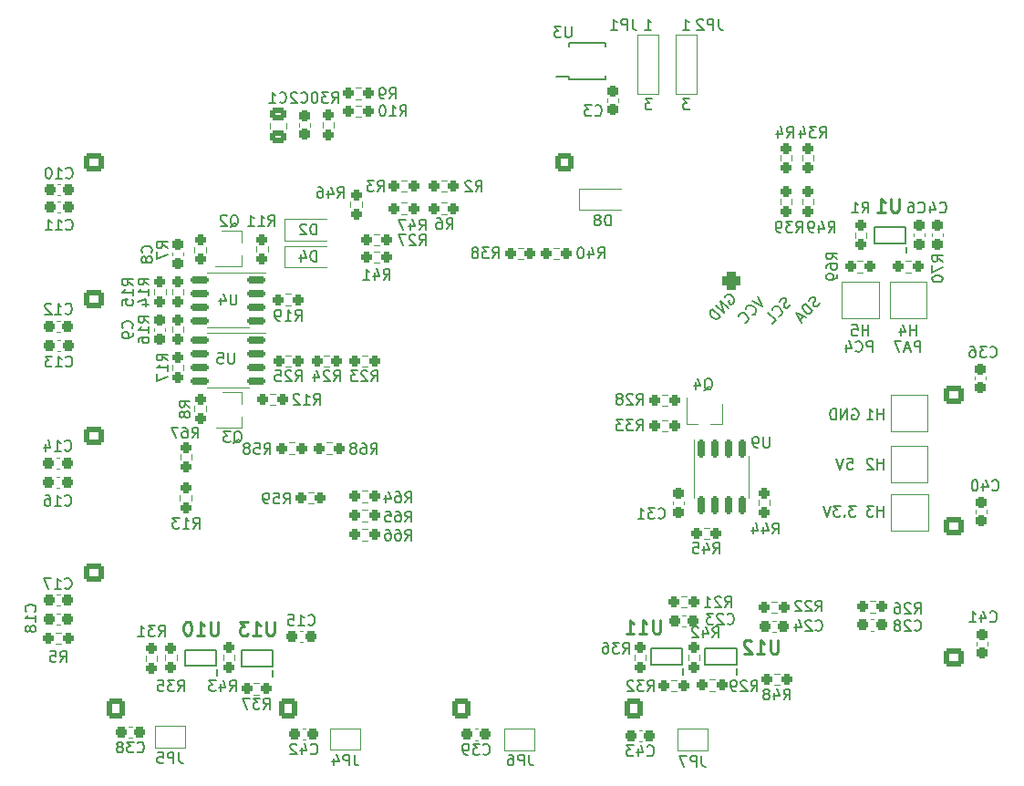
<source format=gbo>
%TF.GenerationSoftware,KiCad,Pcbnew,(6.0.11)*%
%TF.CreationDate,2023-06-24T18:02:59+09:00*%
%TF.ProjectId,main,6d61696e-2e6b-4696-9361-645f70636258,rev?*%
%TF.SameCoordinates,Original*%
%TF.FileFunction,Legend,Bot*%
%TF.FilePolarity,Positive*%
%FSLAX46Y46*%
G04 Gerber Fmt 4.6, Leading zero omitted, Abs format (unit mm)*
G04 Created by KiCad (PCBNEW (6.0.11)) date 2023-06-24 18:02:59*
%MOMM*%
%LPD*%
G01*
G04 APERTURE LIST*
G04 Aperture macros list*
%AMRoundRect*
0 Rectangle with rounded corners*
0 $1 Rounding radius*
0 $2 $3 $4 $5 $6 $7 $8 $9 X,Y pos of 4 corners*
0 Add a 4 corners polygon primitive as box body*
4,1,4,$2,$3,$4,$5,$6,$7,$8,$9,$2,$3,0*
0 Add four circle primitives for the rounded corners*
1,1,$1+$1,$2,$3*
1,1,$1+$1,$4,$5*
1,1,$1+$1,$6,$7*
1,1,$1+$1,$8,$9*
0 Add four rect primitives between the rounded corners*
20,1,$1+$1,$2,$3,$4,$5,0*
20,1,$1+$1,$4,$5,$6,$7,0*
20,1,$1+$1,$6,$7,$8,$9,0*
20,1,$1+$1,$8,$9,$2,$3,0*%
%AMFreePoly0*
4,1,6,1.000000,0.000000,0.500000,-0.750000,-0.500000,-0.750000,-0.500000,0.750000,0.500000,0.750000,1.000000,0.000000,1.000000,0.000000,$1*%
%AMFreePoly1*
4,1,6,0.500000,-0.750000,-0.650000,-0.750000,-0.150000,0.000000,-0.650000,0.750000,0.500000,0.750000,0.500000,-0.750000,0.500000,-0.750000,$1*%
G04 Aperture macros list end*
%ADD10C,0.150000*%
%ADD11C,0.254000*%
%ADD12C,0.200000*%
%ADD13C,0.120000*%
%ADD14C,1.524000*%
%ADD15C,1.500000*%
%ADD16C,1.600000*%
%ADD17C,2.200000*%
%ADD18RoundRect,0.250000X0.600000X-0.600000X0.600000X0.600000X-0.600000X0.600000X-0.600000X-0.600000X0*%
%ADD19C,1.700000*%
%ADD20R,1.308000X1.308000*%
%ADD21C,1.308000*%
%ADD22R,1.600000X1.600000*%
%ADD23O,1.600000X1.600000*%
%ADD24RoundRect,0.250000X-0.600000X-0.675000X0.600000X-0.675000X0.600000X0.675000X-0.600000X0.675000X0*%
%ADD25O,1.700000X1.850000*%
%ADD26RoundRect,0.250000X-0.675000X0.600000X-0.675000X-0.600000X0.675000X-0.600000X0.675000X0.600000X0*%
%ADD27O,1.850000X1.700000*%
%ADD28RoundRect,0.425000X-0.425000X-0.425000X0.425000X-0.425000X0.425000X0.425000X-0.425000X0.425000X0*%
%ADD29RoundRect,0.250000X0.675000X-0.600000X0.675000X0.600000X-0.675000X0.600000X-0.675000X-0.600000X0*%
%ADD30C,1.400000*%
%ADD31R,3.500000X3.500000*%
%ADD32C,3.500000*%
%ADD33R,1.717500X1.800000*%
%ADD34O,1.717500X1.800000*%
%ADD35R,1.700000X1.700000*%
%ADD36O,1.700000X1.700000*%
%ADD37R,1.524000X1.524000*%
%ADD38R,0.620000X0.575000*%
%ADD39R,1.500000X1.500000*%
%ADD40FreePoly0,270.000000*%
%ADD41FreePoly0,90.000000*%
%ADD42RoundRect,0.237500X0.250000X0.237500X-0.250000X0.237500X-0.250000X-0.237500X0.250000X-0.237500X0*%
%ADD43RoundRect,0.237500X-0.250000X-0.237500X0.250000X-0.237500X0.250000X0.237500X-0.250000X0.237500X0*%
%ADD44RoundRect,0.237500X-0.300000X-0.237500X0.300000X-0.237500X0.300000X0.237500X-0.300000X0.237500X0*%
%ADD45RoundRect,0.237500X-0.237500X0.300000X-0.237500X-0.300000X0.237500X-0.300000X0.237500X0.300000X0*%
%ADD46RoundRect,0.237500X-0.237500X0.250000X-0.237500X-0.250000X0.237500X-0.250000X0.237500X0.250000X0*%
%ADD47FreePoly0,180.000000*%
%ADD48FreePoly1,180.000000*%
%ADD49R,3.000000X3.000000*%
%ADD50RoundRect,0.237500X0.237500X-0.250000X0.237500X0.250000X-0.237500X0.250000X-0.237500X-0.250000X0*%
%ADD51RoundRect,0.237500X0.300000X0.237500X-0.300000X0.237500X-0.300000X-0.237500X0.300000X-0.237500X0*%
%ADD52RoundRect,0.150000X-0.150000X0.675000X-0.150000X-0.675000X0.150000X-0.675000X0.150000X0.675000X0*%
%ADD53RoundRect,0.237500X0.237500X-0.300000X0.237500X0.300000X-0.237500X0.300000X-0.237500X-0.300000X0*%
%ADD54R,0.800000X0.900000*%
%ADD55R,0.900000X1.200000*%
%ADD56R,1.400000X0.300000*%
%ADD57RoundRect,0.150000X0.675000X0.150000X-0.675000X0.150000X-0.675000X-0.150000X0.675000X-0.150000X0*%
%ADD58RoundRect,0.250000X-0.475000X0.337500X-0.475000X-0.337500X0.475000X-0.337500X0.475000X0.337500X0*%
%ADD59R,0.900000X0.800000*%
G04 APERTURE END LIST*
D10*
X161997390Y-105203980D02*
X161378342Y-105203980D01*
X161711676Y-105584933D01*
X161568819Y-105584933D01*
X161473580Y-105632552D01*
X161425961Y-105680171D01*
X161378342Y-105775409D01*
X161378342Y-106013504D01*
X161425961Y-106108742D01*
X161473580Y-106156361D01*
X161568819Y-106203980D01*
X161854533Y-106203980D01*
X161949771Y-106156361D01*
X161997390Y-106108742D01*
X160949771Y-106108742D02*
X160902152Y-106156361D01*
X160949771Y-106203980D01*
X160997390Y-106156361D01*
X160949771Y-106108742D01*
X160949771Y-106203980D01*
X160568819Y-105203980D02*
X159949771Y-105203980D01*
X160283104Y-105584933D01*
X160140247Y-105584933D01*
X160045009Y-105632552D01*
X159997390Y-105680171D01*
X159949771Y-105775409D01*
X159949771Y-106013504D01*
X159997390Y-106108742D01*
X160045009Y-106156361D01*
X160140247Y-106203980D01*
X160425961Y-106203980D01*
X160521200Y-106156361D01*
X160568819Y-106108742D01*
X159664057Y-105203980D02*
X159330723Y-106203980D01*
X158997390Y-105203980D01*
X163559295Y-90903980D02*
X163559295Y-89903980D01*
X163178342Y-89903980D01*
X163083104Y-89951600D01*
X163035485Y-89999219D01*
X162987866Y-90094457D01*
X162987866Y-90237314D01*
X163035485Y-90332552D01*
X163083104Y-90380171D01*
X163178342Y-90427790D01*
X163559295Y-90427790D01*
X161987866Y-90808742D02*
X162035485Y-90856361D01*
X162178342Y-90903980D01*
X162273580Y-90903980D01*
X162416438Y-90856361D01*
X162511676Y-90761123D01*
X162559295Y-90665885D01*
X162606914Y-90475409D01*
X162606914Y-90332552D01*
X162559295Y-90142076D01*
X162511676Y-90046838D01*
X162416438Y-89951600D01*
X162273580Y-89903980D01*
X162178342Y-89903980D01*
X162035485Y-89951600D01*
X161987866Y-89999219D01*
X161130723Y-90237314D02*
X161130723Y-90903980D01*
X161368819Y-89856361D02*
X161606914Y-90570647D01*
X160987866Y-90570647D01*
X161211676Y-100803980D02*
X161687866Y-100803980D01*
X161735485Y-101280171D01*
X161687866Y-101232552D01*
X161592628Y-101184933D01*
X161354533Y-101184933D01*
X161259295Y-101232552D01*
X161211676Y-101280171D01*
X161164057Y-101375409D01*
X161164057Y-101613504D01*
X161211676Y-101708742D01*
X161259295Y-101756361D01*
X161354533Y-101803980D01*
X161592628Y-101803980D01*
X161687866Y-101756361D01*
X161735485Y-101708742D01*
X160878342Y-100803980D02*
X160545009Y-101803980D01*
X160211676Y-100803980D01*
X167987866Y-90903980D02*
X167987866Y-89903980D01*
X167606914Y-89903980D01*
X167511676Y-89951600D01*
X167464057Y-89999219D01*
X167416438Y-90094457D01*
X167416438Y-90237314D01*
X167464057Y-90332552D01*
X167511676Y-90380171D01*
X167606914Y-90427790D01*
X167987866Y-90427790D01*
X167035485Y-90618266D02*
X166559295Y-90618266D01*
X167130723Y-90903980D02*
X166797390Y-89903980D01*
X166464057Y-90903980D01*
X166225961Y-89903980D02*
X165559295Y-89903980D01*
X165987866Y-90903980D01*
X161683104Y-96251600D02*
X161778342Y-96203980D01*
X161921200Y-96203980D01*
X162064057Y-96251600D01*
X162159295Y-96346838D01*
X162206914Y-96442076D01*
X162254533Y-96632552D01*
X162254533Y-96775409D01*
X162206914Y-96965885D01*
X162159295Y-97061123D01*
X162064057Y-97156361D01*
X161921200Y-97203980D01*
X161825961Y-97203980D01*
X161683104Y-97156361D01*
X161635485Y-97108742D01*
X161635485Y-96775409D01*
X161825961Y-96775409D01*
X161206914Y-97203980D02*
X161206914Y-96203980D01*
X160635485Y-97203980D01*
X160635485Y-96203980D01*
X160159295Y-97203980D02*
X160159295Y-96203980D01*
X159921200Y-96203980D01*
X159778342Y-96251600D01*
X159683104Y-96346838D01*
X159635485Y-96442076D01*
X159587866Y-96632552D01*
X159587866Y-96775409D01*
X159635485Y-96965885D01*
X159683104Y-97061123D01*
X159778342Y-97156361D01*
X159921200Y-97203980D01*
X160159295Y-97203980D01*
%TO.C,U7*%
X152876783Y-85721565D02*
X153348188Y-86664374D01*
X152405379Y-86192970D01*
X152405379Y-87472496D02*
X152472722Y-87472496D01*
X152607409Y-87405153D01*
X152674753Y-87337809D01*
X152742096Y-87203122D01*
X152742096Y-87068435D01*
X152708425Y-86967420D01*
X152607409Y-86799061D01*
X152506394Y-86698046D01*
X152338035Y-86597031D01*
X152237020Y-86563359D01*
X152102333Y-86563359D01*
X151967646Y-86630703D01*
X151900303Y-86698046D01*
X151832959Y-86832733D01*
X151832959Y-86900077D01*
X151698272Y-88179603D02*
X151765616Y-88179603D01*
X151900303Y-88112260D01*
X151967646Y-88044916D01*
X152034990Y-87910229D01*
X152034990Y-87775542D01*
X152001318Y-87674527D01*
X151900303Y-87506168D01*
X151799287Y-87405153D01*
X151630929Y-87304138D01*
X151529913Y-87270466D01*
X151395226Y-87270466D01*
X151260539Y-87337809D01*
X151193196Y-87405153D01*
X151125852Y-87539840D01*
X151125852Y-87607183D01*
X155949203Y-86496016D02*
X155881860Y-86630703D01*
X155713501Y-86799061D01*
X155612486Y-86832733D01*
X155545142Y-86832733D01*
X155444127Y-86799061D01*
X155376783Y-86731718D01*
X155343112Y-86630703D01*
X155343112Y-86563359D01*
X155376783Y-86462344D01*
X155477799Y-86293985D01*
X155511470Y-86192970D01*
X155511470Y-86125626D01*
X155477799Y-86024611D01*
X155410455Y-85957268D01*
X155309440Y-85923596D01*
X155242096Y-85923596D01*
X155141081Y-85957268D01*
X154972722Y-86125626D01*
X154905379Y-86260313D01*
X154804364Y-87573512D02*
X154871707Y-87573512D01*
X155006394Y-87506168D01*
X155073738Y-87438825D01*
X155141081Y-87304138D01*
X155141081Y-87169451D01*
X155107409Y-87068435D01*
X155006394Y-86900077D01*
X154905379Y-86799061D01*
X154737020Y-86698046D01*
X154636005Y-86664374D01*
X154501318Y-86664374D01*
X154366631Y-86731718D01*
X154299287Y-86799061D01*
X154231944Y-86933748D01*
X154231944Y-87001092D01*
X154231944Y-88280618D02*
X154568661Y-87943901D01*
X153861555Y-87236794D01*
X149806394Y-85859298D02*
X149840066Y-85758283D01*
X149941081Y-85657268D01*
X150075768Y-85589924D01*
X150210455Y-85589924D01*
X150311470Y-85623596D01*
X150479829Y-85724611D01*
X150580844Y-85825626D01*
X150681860Y-85993985D01*
X150715531Y-86095000D01*
X150715531Y-86229687D01*
X150648188Y-86364374D01*
X150580844Y-86431718D01*
X150446157Y-86499061D01*
X150378814Y-86499061D01*
X150143112Y-86263359D01*
X150277799Y-86128672D01*
X150143112Y-86869451D02*
X149436005Y-86162344D01*
X149739051Y-87273512D01*
X149031944Y-86566405D01*
X149402333Y-87610229D02*
X148695226Y-86903122D01*
X148526868Y-87071481D01*
X148459524Y-87206168D01*
X148459524Y-87340855D01*
X148493196Y-87441870D01*
X148594211Y-87610229D01*
X148695226Y-87711244D01*
X148863585Y-87812260D01*
X148964600Y-87845931D01*
X149099287Y-87845931D01*
X149233974Y-87778588D01*
X149402333Y-87610229D01*
X158666039Y-86379180D02*
X158598696Y-86513867D01*
X158430337Y-86682225D01*
X158329322Y-86715897D01*
X158261978Y-86715897D01*
X158160963Y-86682225D01*
X158093619Y-86614882D01*
X158059948Y-86513867D01*
X158059948Y-86446523D01*
X158093619Y-86345508D01*
X158194635Y-86177149D01*
X158228306Y-86076134D01*
X158228306Y-86008790D01*
X158194635Y-85907775D01*
X158127291Y-85840432D01*
X158026276Y-85806760D01*
X157958932Y-85806760D01*
X157857917Y-85840432D01*
X157689558Y-86008790D01*
X157622215Y-86143477D01*
X157992604Y-87119958D02*
X157285497Y-86412851D01*
X157117138Y-86581210D01*
X157049795Y-86715897D01*
X157049795Y-86850584D01*
X157083467Y-86951600D01*
X157184482Y-87119958D01*
X157285497Y-87220974D01*
X157453856Y-87321989D01*
X157554871Y-87355661D01*
X157689558Y-87355661D01*
X157824245Y-87288317D01*
X157992604Y-87119958D01*
X157117138Y-87591363D02*
X156780421Y-87928080D01*
X157386512Y-87726050D02*
X156443703Y-87254645D01*
X156915108Y-88197454D01*
D11*
%TO.C,U10*%
X102793580Y-115956123D02*
X102793580Y-116984219D01*
X102733104Y-117105171D01*
X102672628Y-117165647D01*
X102551676Y-117226123D01*
X102309771Y-117226123D01*
X102188819Y-117165647D01*
X102128342Y-117105171D01*
X102067866Y-116984219D01*
X102067866Y-115956123D01*
X100797866Y-117226123D02*
X101523580Y-117226123D01*
X101160723Y-117226123D02*
X101160723Y-115956123D01*
X101281676Y-116137552D01*
X101402628Y-116258504D01*
X101523580Y-116318980D01*
X100011676Y-115956123D02*
X99890723Y-115956123D01*
X99769771Y-116016600D01*
X99709295Y-116077076D01*
X99648819Y-116198028D01*
X99588342Y-116439933D01*
X99588342Y-116742314D01*
X99648819Y-116984219D01*
X99709295Y-117105171D01*
X99769771Y-117165647D01*
X99890723Y-117226123D01*
X100011676Y-117226123D01*
X100132628Y-117165647D01*
X100193104Y-117105171D01*
X100253580Y-116984219D01*
X100314057Y-116742314D01*
X100314057Y-116439933D01*
X100253580Y-116198028D01*
X100193104Y-116077076D01*
X100132628Y-116016600D01*
X100011676Y-115956123D01*
D10*
%TO.C,JP1*%
X141254533Y-60003980D02*
X141254533Y-60718266D01*
X141302152Y-60861123D01*
X141397390Y-60956361D01*
X141540247Y-61003980D01*
X141635485Y-61003980D01*
X140778342Y-61003980D02*
X140778342Y-60003980D01*
X140397390Y-60003980D01*
X140302152Y-60051600D01*
X140254533Y-60099219D01*
X140206914Y-60194457D01*
X140206914Y-60337314D01*
X140254533Y-60432552D01*
X140302152Y-60480171D01*
X140397390Y-60527790D01*
X140778342Y-60527790D01*
X139254533Y-61003980D02*
X139825961Y-61003980D01*
X139540247Y-61003980D02*
X139540247Y-60003980D01*
X139635485Y-60146838D01*
X139730723Y-60242076D01*
X139825961Y-60289695D01*
X142435485Y-61003980D02*
X143006914Y-61003980D01*
X142721200Y-61003980D02*
X142721200Y-60003980D01*
X142816438Y-60146838D01*
X142911676Y-60242076D01*
X143006914Y-60289695D01*
X143060333Y-67403980D02*
X142441285Y-67403980D01*
X142774619Y-67784933D01*
X142631761Y-67784933D01*
X142536523Y-67832552D01*
X142488904Y-67880171D01*
X142441285Y-67975409D01*
X142441285Y-68213504D01*
X142488904Y-68308742D01*
X142536523Y-68356361D01*
X142631761Y-68403980D01*
X142917476Y-68403980D01*
X143012714Y-68356361D01*
X143060333Y-68308742D01*
%TO.C,R6*%
X123987866Y-79503980D02*
X124321200Y-79027790D01*
X124559295Y-79503980D02*
X124559295Y-78503980D01*
X124178342Y-78503980D01*
X124083104Y-78551600D01*
X124035485Y-78599219D01*
X123987866Y-78694457D01*
X123987866Y-78837314D01*
X124035485Y-78932552D01*
X124083104Y-78980171D01*
X124178342Y-79027790D01*
X124559295Y-79027790D01*
X123130723Y-78503980D02*
X123321200Y-78503980D01*
X123416438Y-78551600D01*
X123464057Y-78599219D01*
X123559295Y-78742076D01*
X123606914Y-78932552D01*
X123606914Y-79313504D01*
X123559295Y-79408742D01*
X123511676Y-79456361D01*
X123416438Y-79503980D01*
X123225961Y-79503980D01*
X123130723Y-79456361D01*
X123083104Y-79408742D01*
X123035485Y-79313504D01*
X123035485Y-79075409D01*
X123083104Y-78980171D01*
X123130723Y-78932552D01*
X123225961Y-78884933D01*
X123416438Y-78884933D01*
X123511676Y-78932552D01*
X123559295Y-78980171D01*
X123606914Y-79075409D01*
D11*
%TO.C,U13*%
X107993580Y-115956123D02*
X107993580Y-116984219D01*
X107933104Y-117105171D01*
X107872628Y-117165647D01*
X107751676Y-117226123D01*
X107509771Y-117226123D01*
X107388819Y-117165647D01*
X107328342Y-117105171D01*
X107267866Y-116984219D01*
X107267866Y-115956123D01*
X105997866Y-117226123D02*
X106723580Y-117226123D01*
X106360723Y-117226123D02*
X106360723Y-115956123D01*
X106481676Y-116137552D01*
X106602628Y-116258504D01*
X106723580Y-116318980D01*
X105574533Y-115956123D02*
X104788342Y-115956123D01*
X105211676Y-116439933D01*
X105030247Y-116439933D01*
X104909295Y-116500409D01*
X104848819Y-116560885D01*
X104788342Y-116681838D01*
X104788342Y-116984219D01*
X104848819Y-117105171D01*
X104909295Y-117165647D01*
X105030247Y-117226123D01*
X105393104Y-117226123D01*
X105514057Y-117165647D01*
X105574533Y-117105171D01*
D10*
%TO.C,R23*%
X117025257Y-93633980D02*
X117358590Y-93157790D01*
X117596685Y-93633980D02*
X117596685Y-92633980D01*
X117215733Y-92633980D01*
X117120495Y-92681600D01*
X117072876Y-92729219D01*
X117025257Y-92824457D01*
X117025257Y-92967314D01*
X117072876Y-93062552D01*
X117120495Y-93110171D01*
X117215733Y-93157790D01*
X117596685Y-93157790D01*
X116644304Y-92729219D02*
X116596685Y-92681600D01*
X116501447Y-92633980D01*
X116263352Y-92633980D01*
X116168114Y-92681600D01*
X116120495Y-92729219D01*
X116072876Y-92824457D01*
X116072876Y-92919695D01*
X116120495Y-93062552D01*
X116691923Y-93633980D01*
X116072876Y-93633980D01*
X115739542Y-92633980D02*
X115120495Y-92633980D01*
X115453828Y-93014933D01*
X115310971Y-93014933D01*
X115215733Y-93062552D01*
X115168114Y-93110171D01*
X115120495Y-93205409D01*
X115120495Y-93443504D01*
X115168114Y-93538742D01*
X115215733Y-93586361D01*
X115310971Y-93633980D01*
X115596685Y-93633980D01*
X115691923Y-93586361D01*
X115739542Y-93538742D01*
%TO.C,R25*%
X109964057Y-93633980D02*
X110297390Y-93157790D01*
X110535485Y-93633980D02*
X110535485Y-92633980D01*
X110154533Y-92633980D01*
X110059295Y-92681600D01*
X110011676Y-92729219D01*
X109964057Y-92824457D01*
X109964057Y-92967314D01*
X110011676Y-93062552D01*
X110059295Y-93110171D01*
X110154533Y-93157790D01*
X110535485Y-93157790D01*
X109583104Y-92729219D02*
X109535485Y-92681600D01*
X109440247Y-92633980D01*
X109202152Y-92633980D01*
X109106914Y-92681600D01*
X109059295Y-92729219D01*
X109011676Y-92824457D01*
X109011676Y-92919695D01*
X109059295Y-93062552D01*
X109630723Y-93633980D01*
X109011676Y-93633980D01*
X108106914Y-92633980D02*
X108583104Y-92633980D01*
X108630723Y-93110171D01*
X108583104Y-93062552D01*
X108487866Y-93014933D01*
X108249771Y-93014933D01*
X108154533Y-93062552D01*
X108106914Y-93110171D01*
X108059295Y-93205409D01*
X108059295Y-93443504D01*
X108106914Y-93538742D01*
X108154533Y-93586361D01*
X108249771Y-93633980D01*
X108487866Y-93633980D01*
X108583104Y-93586361D01*
X108630723Y-93538742D01*
%TO.C,R5*%
X88105866Y-119703980D02*
X88439200Y-119227790D01*
X88677295Y-119703980D02*
X88677295Y-118703980D01*
X88296342Y-118703980D01*
X88201104Y-118751600D01*
X88153485Y-118799219D01*
X88105866Y-118894457D01*
X88105866Y-119037314D01*
X88153485Y-119132552D01*
X88201104Y-119180171D01*
X88296342Y-119227790D01*
X88677295Y-119227790D01*
X87201104Y-118703980D02*
X87677295Y-118703980D01*
X87724914Y-119180171D01*
X87677295Y-119132552D01*
X87582057Y-119084933D01*
X87343961Y-119084933D01*
X87248723Y-119132552D01*
X87201104Y-119180171D01*
X87153485Y-119275409D01*
X87153485Y-119513504D01*
X87201104Y-119608742D01*
X87248723Y-119656361D01*
X87343961Y-119703980D01*
X87582057Y-119703980D01*
X87677295Y-119656361D01*
X87724914Y-119608742D01*
%TO.C,C42*%
X111391257Y-128194742D02*
X111438876Y-128242361D01*
X111581733Y-128289980D01*
X111676971Y-128289980D01*
X111819828Y-128242361D01*
X111915066Y-128147123D01*
X111962685Y-128051885D01*
X112010304Y-127861409D01*
X112010304Y-127718552D01*
X111962685Y-127528076D01*
X111915066Y-127432838D01*
X111819828Y-127337600D01*
X111676971Y-127289980D01*
X111581733Y-127289980D01*
X111438876Y-127337600D01*
X111391257Y-127385219D01*
X110534114Y-127623314D02*
X110534114Y-128289980D01*
X110772209Y-127242361D02*
X111010304Y-127956647D01*
X110391257Y-127956647D01*
X110057923Y-127385219D02*
X110010304Y-127337600D01*
X109915066Y-127289980D01*
X109676971Y-127289980D01*
X109581733Y-127337600D01*
X109534114Y-127385219D01*
X109486495Y-127480457D01*
X109486495Y-127575695D01*
X109534114Y-127718552D01*
X110105542Y-128289980D01*
X109486495Y-128289980D01*
%TO.C,R41*%
X118147657Y-84203980D02*
X118480990Y-83727790D01*
X118719085Y-84203980D02*
X118719085Y-83203980D01*
X118338133Y-83203980D01*
X118242895Y-83251600D01*
X118195276Y-83299219D01*
X118147657Y-83394457D01*
X118147657Y-83537314D01*
X118195276Y-83632552D01*
X118242895Y-83680171D01*
X118338133Y-83727790D01*
X118719085Y-83727790D01*
X117290514Y-83537314D02*
X117290514Y-84203980D01*
X117528609Y-83156361D02*
X117766704Y-83870647D01*
X117147657Y-83870647D01*
X116242895Y-84203980D02*
X116814323Y-84203980D01*
X116528609Y-84203980D02*
X116528609Y-83203980D01*
X116623847Y-83346838D01*
X116719085Y-83442076D01*
X116814323Y-83489695D01*
%TO.C,R33*%
X141664057Y-98203980D02*
X141997390Y-97727790D01*
X142235485Y-98203980D02*
X142235485Y-97203980D01*
X141854533Y-97203980D01*
X141759295Y-97251600D01*
X141711676Y-97299219D01*
X141664057Y-97394457D01*
X141664057Y-97537314D01*
X141711676Y-97632552D01*
X141759295Y-97680171D01*
X141854533Y-97727790D01*
X142235485Y-97727790D01*
X141330723Y-97203980D02*
X140711676Y-97203980D01*
X141045009Y-97584933D01*
X140902152Y-97584933D01*
X140806914Y-97632552D01*
X140759295Y-97680171D01*
X140711676Y-97775409D01*
X140711676Y-98013504D01*
X140759295Y-98108742D01*
X140806914Y-98156361D01*
X140902152Y-98203980D01*
X141187866Y-98203980D01*
X141283104Y-98156361D01*
X141330723Y-98108742D01*
X140378342Y-97203980D02*
X139759295Y-97203980D01*
X140092628Y-97584933D01*
X139949771Y-97584933D01*
X139854533Y-97632552D01*
X139806914Y-97680171D01*
X139759295Y-97775409D01*
X139759295Y-98013504D01*
X139806914Y-98108742D01*
X139854533Y-98156361D01*
X139949771Y-98203980D01*
X140235485Y-98203980D01*
X140330723Y-98156361D01*
X140378342Y-98108742D01*
%TO.C,R9*%
X118687866Y-67403980D02*
X119021200Y-66927790D01*
X119259295Y-67403980D02*
X119259295Y-66403980D01*
X118878342Y-66403980D01*
X118783104Y-66451600D01*
X118735485Y-66499219D01*
X118687866Y-66594457D01*
X118687866Y-66737314D01*
X118735485Y-66832552D01*
X118783104Y-66880171D01*
X118878342Y-66927790D01*
X119259295Y-66927790D01*
X118211676Y-67403980D02*
X118021200Y-67403980D01*
X117925961Y-67356361D01*
X117878342Y-67308742D01*
X117783104Y-67165885D01*
X117735485Y-66975409D01*
X117735485Y-66594457D01*
X117783104Y-66499219D01*
X117830723Y-66451600D01*
X117925961Y-66403980D01*
X118116438Y-66403980D01*
X118211676Y-66451600D01*
X118259295Y-66499219D01*
X118306914Y-66594457D01*
X118306914Y-66832552D01*
X118259295Y-66927790D01*
X118211676Y-66975409D01*
X118116438Y-67023028D01*
X117925961Y-67023028D01*
X117830723Y-66975409D01*
X117783104Y-66927790D01*
X117735485Y-66832552D01*
%TO.C,C15*%
X111164057Y-116208742D02*
X111211676Y-116256361D01*
X111354533Y-116303980D01*
X111449771Y-116303980D01*
X111592628Y-116256361D01*
X111687866Y-116161123D01*
X111735485Y-116065885D01*
X111783104Y-115875409D01*
X111783104Y-115732552D01*
X111735485Y-115542076D01*
X111687866Y-115446838D01*
X111592628Y-115351600D01*
X111449771Y-115303980D01*
X111354533Y-115303980D01*
X111211676Y-115351600D01*
X111164057Y-115399219D01*
X110211676Y-116303980D02*
X110783104Y-116303980D01*
X110497390Y-116303980D02*
X110497390Y-115303980D01*
X110592628Y-115446838D01*
X110687866Y-115542076D01*
X110783104Y-115589695D01*
X109306914Y-115303980D02*
X109783104Y-115303980D01*
X109830723Y-115780171D01*
X109783104Y-115732552D01*
X109687866Y-115684933D01*
X109449771Y-115684933D01*
X109354533Y-115732552D01*
X109306914Y-115780171D01*
X109259295Y-115875409D01*
X109259295Y-116113504D01*
X109306914Y-116208742D01*
X109354533Y-116256361D01*
X109449771Y-116303980D01*
X109687866Y-116303980D01*
X109783104Y-116256361D01*
X109830723Y-116208742D01*
%TO.C,C9*%
X94778342Y-88684933D02*
X94825961Y-88637314D01*
X94873580Y-88494457D01*
X94873580Y-88399219D01*
X94825961Y-88256361D01*
X94730723Y-88161123D01*
X94635485Y-88113504D01*
X94445009Y-88065885D01*
X94302152Y-88065885D01*
X94111676Y-88113504D01*
X94016438Y-88161123D01*
X93921200Y-88256361D01*
X93873580Y-88399219D01*
X93873580Y-88494457D01*
X93921200Y-88637314D01*
X93968819Y-88684933D01*
X94873580Y-89161123D02*
X94873580Y-89351600D01*
X94825961Y-89446838D01*
X94778342Y-89494457D01*
X94635485Y-89589695D01*
X94445009Y-89637314D01*
X94064057Y-89637314D01*
X93968819Y-89589695D01*
X93921200Y-89542076D01*
X93873580Y-89446838D01*
X93873580Y-89256361D01*
X93921200Y-89161123D01*
X93968819Y-89113504D01*
X94064057Y-89065885D01*
X94302152Y-89065885D01*
X94397390Y-89113504D01*
X94445009Y-89161123D01*
X94492628Y-89256361D01*
X94492628Y-89446838D01*
X94445009Y-89542076D01*
X94397390Y-89589695D01*
X94302152Y-89637314D01*
%TO.C,C17*%
X88564057Y-112808742D02*
X88611676Y-112856361D01*
X88754533Y-112903980D01*
X88849771Y-112903980D01*
X88992628Y-112856361D01*
X89087866Y-112761123D01*
X89135485Y-112665885D01*
X89183104Y-112475409D01*
X89183104Y-112332552D01*
X89135485Y-112142076D01*
X89087866Y-112046838D01*
X88992628Y-111951600D01*
X88849771Y-111903980D01*
X88754533Y-111903980D01*
X88611676Y-111951600D01*
X88564057Y-111999219D01*
X87611676Y-112903980D02*
X88183104Y-112903980D01*
X87897390Y-112903980D02*
X87897390Y-111903980D01*
X87992628Y-112046838D01*
X88087866Y-112142076D01*
X88183104Y-112189695D01*
X87278342Y-111903980D02*
X86611676Y-111903980D01*
X87040247Y-112903980D01*
%TO.C,R34*%
X158664057Y-71003980D02*
X158997390Y-70527790D01*
X159235485Y-71003980D02*
X159235485Y-70003980D01*
X158854533Y-70003980D01*
X158759295Y-70051600D01*
X158711676Y-70099219D01*
X158664057Y-70194457D01*
X158664057Y-70337314D01*
X158711676Y-70432552D01*
X158759295Y-70480171D01*
X158854533Y-70527790D01*
X159235485Y-70527790D01*
X158330723Y-70003980D02*
X157711676Y-70003980D01*
X158045009Y-70384933D01*
X157902152Y-70384933D01*
X157806914Y-70432552D01*
X157759295Y-70480171D01*
X157711676Y-70575409D01*
X157711676Y-70813504D01*
X157759295Y-70908742D01*
X157806914Y-70956361D01*
X157902152Y-71003980D01*
X158187866Y-71003980D01*
X158283104Y-70956361D01*
X158330723Y-70908742D01*
X156854533Y-70337314D02*
X156854533Y-71003980D01*
X157092628Y-69956361D02*
X157330723Y-70670647D01*
X156711676Y-70670647D01*
%TO.C,R65*%
X120164057Y-106703980D02*
X120497390Y-106227790D01*
X120735485Y-106703980D02*
X120735485Y-105703980D01*
X120354533Y-105703980D01*
X120259295Y-105751600D01*
X120211676Y-105799219D01*
X120164057Y-105894457D01*
X120164057Y-106037314D01*
X120211676Y-106132552D01*
X120259295Y-106180171D01*
X120354533Y-106227790D01*
X120735485Y-106227790D01*
X119306914Y-105703980D02*
X119497390Y-105703980D01*
X119592628Y-105751600D01*
X119640247Y-105799219D01*
X119735485Y-105942076D01*
X119783104Y-106132552D01*
X119783104Y-106513504D01*
X119735485Y-106608742D01*
X119687866Y-106656361D01*
X119592628Y-106703980D01*
X119402152Y-106703980D01*
X119306914Y-106656361D01*
X119259295Y-106608742D01*
X119211676Y-106513504D01*
X119211676Y-106275409D01*
X119259295Y-106180171D01*
X119306914Y-106132552D01*
X119402152Y-106084933D01*
X119592628Y-106084933D01*
X119687866Y-106132552D01*
X119735485Y-106180171D01*
X119783104Y-106275409D01*
X118306914Y-105703980D02*
X118783104Y-105703980D01*
X118830723Y-106180171D01*
X118783104Y-106132552D01*
X118687866Y-106084933D01*
X118449771Y-106084933D01*
X118354533Y-106132552D01*
X118306914Y-106180171D01*
X118259295Y-106275409D01*
X118259295Y-106513504D01*
X118306914Y-106608742D01*
X118354533Y-106656361D01*
X118449771Y-106703980D01*
X118687866Y-106703980D01*
X118783104Y-106656361D01*
X118830723Y-106608742D01*
%TO.C,JP6*%
X131654533Y-128303980D02*
X131654533Y-129018266D01*
X131702152Y-129161123D01*
X131797390Y-129256361D01*
X131940247Y-129303980D01*
X132035485Y-129303980D01*
X131178342Y-129303980D02*
X131178342Y-128303980D01*
X130797390Y-128303980D01*
X130702152Y-128351600D01*
X130654533Y-128399219D01*
X130606914Y-128494457D01*
X130606914Y-128637314D01*
X130654533Y-128732552D01*
X130702152Y-128780171D01*
X130797390Y-128827790D01*
X131178342Y-128827790D01*
X129749771Y-128303980D02*
X129940247Y-128303980D01*
X130035485Y-128351600D01*
X130083104Y-128399219D01*
X130178342Y-128542076D01*
X130225961Y-128732552D01*
X130225961Y-129113504D01*
X130178342Y-129208742D01*
X130130723Y-129256361D01*
X130035485Y-129303980D01*
X129845009Y-129303980D01*
X129749771Y-129256361D01*
X129702152Y-129208742D01*
X129654533Y-129113504D01*
X129654533Y-128875409D01*
X129702152Y-128780171D01*
X129749771Y-128732552D01*
X129845009Y-128684933D01*
X130035485Y-128684933D01*
X130130723Y-128732552D01*
X130178342Y-128780171D01*
X130225961Y-128875409D01*
%TO.C,H5*%
X163173904Y-89403980D02*
X163173904Y-88403980D01*
X163173904Y-88880171D02*
X162602476Y-88880171D01*
X162602476Y-89403980D02*
X162602476Y-88403980D01*
X161650095Y-88403980D02*
X162126285Y-88403980D01*
X162173904Y-88880171D01*
X162126285Y-88832552D01*
X162031047Y-88784933D01*
X161792952Y-88784933D01*
X161697714Y-88832552D01*
X161650095Y-88880171D01*
X161602476Y-88975409D01*
X161602476Y-89213504D01*
X161650095Y-89308742D01*
X161697714Y-89356361D01*
X161792952Y-89403980D01*
X162031047Y-89403980D01*
X162126285Y-89356361D01*
X162173904Y-89308742D01*
%TO.C,R67*%
X100364057Y-98903980D02*
X100697390Y-98427790D01*
X100935485Y-98903980D02*
X100935485Y-97903980D01*
X100554533Y-97903980D01*
X100459295Y-97951600D01*
X100411676Y-97999219D01*
X100364057Y-98094457D01*
X100364057Y-98237314D01*
X100411676Y-98332552D01*
X100459295Y-98380171D01*
X100554533Y-98427790D01*
X100935485Y-98427790D01*
X99506914Y-97903980D02*
X99697390Y-97903980D01*
X99792628Y-97951600D01*
X99840247Y-97999219D01*
X99935485Y-98142076D01*
X99983104Y-98332552D01*
X99983104Y-98713504D01*
X99935485Y-98808742D01*
X99887866Y-98856361D01*
X99792628Y-98903980D01*
X99602152Y-98903980D01*
X99506914Y-98856361D01*
X99459295Y-98808742D01*
X99411676Y-98713504D01*
X99411676Y-98475409D01*
X99459295Y-98380171D01*
X99506914Y-98332552D01*
X99602152Y-98284933D01*
X99792628Y-98284933D01*
X99887866Y-98332552D01*
X99935485Y-98380171D01*
X99983104Y-98475409D01*
X99078342Y-97903980D02*
X98411676Y-97903980D01*
X98840247Y-98903980D01*
%TO.C,R68*%
X116964057Y-100403980D02*
X117297390Y-99927790D01*
X117535485Y-100403980D02*
X117535485Y-99403980D01*
X117154533Y-99403980D01*
X117059295Y-99451600D01*
X117011676Y-99499219D01*
X116964057Y-99594457D01*
X116964057Y-99737314D01*
X117011676Y-99832552D01*
X117059295Y-99880171D01*
X117154533Y-99927790D01*
X117535485Y-99927790D01*
X116106914Y-99403980D02*
X116297390Y-99403980D01*
X116392628Y-99451600D01*
X116440247Y-99499219D01*
X116535485Y-99642076D01*
X116583104Y-99832552D01*
X116583104Y-100213504D01*
X116535485Y-100308742D01*
X116487866Y-100356361D01*
X116392628Y-100403980D01*
X116202152Y-100403980D01*
X116106914Y-100356361D01*
X116059295Y-100308742D01*
X116011676Y-100213504D01*
X116011676Y-99975409D01*
X116059295Y-99880171D01*
X116106914Y-99832552D01*
X116202152Y-99784933D01*
X116392628Y-99784933D01*
X116487866Y-99832552D01*
X116535485Y-99880171D01*
X116583104Y-99975409D01*
X115440247Y-99832552D02*
X115535485Y-99784933D01*
X115583104Y-99737314D01*
X115630723Y-99642076D01*
X115630723Y-99594457D01*
X115583104Y-99499219D01*
X115535485Y-99451600D01*
X115440247Y-99403980D01*
X115249771Y-99403980D01*
X115154533Y-99451600D01*
X115106914Y-99499219D01*
X115059295Y-99594457D01*
X115059295Y-99642076D01*
X115106914Y-99737314D01*
X115154533Y-99784933D01*
X115249771Y-99832552D01*
X115440247Y-99832552D01*
X115535485Y-99880171D01*
X115583104Y-99927790D01*
X115630723Y-100023028D01*
X115630723Y-100213504D01*
X115583104Y-100308742D01*
X115535485Y-100356361D01*
X115440247Y-100403980D01*
X115249771Y-100403980D01*
X115154533Y-100356361D01*
X115106914Y-100308742D01*
X115059295Y-100213504D01*
X115059295Y-100023028D01*
X115106914Y-99927790D01*
X115154533Y-99880171D01*
X115249771Y-99832552D01*
%TO.C,C28*%
X167464057Y-116708742D02*
X167511676Y-116756361D01*
X167654533Y-116803980D01*
X167749771Y-116803980D01*
X167892628Y-116756361D01*
X167987866Y-116661123D01*
X168035485Y-116565885D01*
X168083104Y-116375409D01*
X168083104Y-116232552D01*
X168035485Y-116042076D01*
X167987866Y-115946838D01*
X167892628Y-115851600D01*
X167749771Y-115803980D01*
X167654533Y-115803980D01*
X167511676Y-115851600D01*
X167464057Y-115899219D01*
X167083104Y-115899219D02*
X167035485Y-115851600D01*
X166940247Y-115803980D01*
X166702152Y-115803980D01*
X166606914Y-115851600D01*
X166559295Y-115899219D01*
X166511676Y-115994457D01*
X166511676Y-116089695D01*
X166559295Y-116232552D01*
X167130723Y-116803980D01*
X166511676Y-116803980D01*
X165940247Y-116232552D02*
X166035485Y-116184933D01*
X166083104Y-116137314D01*
X166130723Y-116042076D01*
X166130723Y-115994457D01*
X166083104Y-115899219D01*
X166035485Y-115851600D01*
X165940247Y-115803980D01*
X165749771Y-115803980D01*
X165654533Y-115851600D01*
X165606914Y-115899219D01*
X165559295Y-115994457D01*
X165559295Y-116042076D01*
X165606914Y-116137314D01*
X165654533Y-116184933D01*
X165749771Y-116232552D01*
X165940247Y-116232552D01*
X166035485Y-116280171D01*
X166083104Y-116327790D01*
X166130723Y-116423028D01*
X166130723Y-116613504D01*
X166083104Y-116708742D01*
X166035485Y-116756361D01*
X165940247Y-116803980D01*
X165749771Y-116803980D01*
X165654533Y-116756361D01*
X165606914Y-116708742D01*
X165559295Y-116613504D01*
X165559295Y-116423028D01*
X165606914Y-116327790D01*
X165654533Y-116280171D01*
X165749771Y-116232552D01*
%TO.C,H3*%
X164583104Y-106203980D02*
X164583104Y-105203980D01*
X164583104Y-105680171D02*
X164011676Y-105680171D01*
X164011676Y-106203980D02*
X164011676Y-105203980D01*
X163630723Y-105203980D02*
X163011676Y-105203980D01*
X163345009Y-105584933D01*
X163202152Y-105584933D01*
X163106914Y-105632552D01*
X163059295Y-105680171D01*
X163011676Y-105775409D01*
X163011676Y-106013504D01*
X163059295Y-106108742D01*
X163106914Y-106156361D01*
X163202152Y-106203980D01*
X163487866Y-106203980D01*
X163583104Y-106156361D01*
X163630723Y-106108742D01*
%TO.C,R40*%
X138064057Y-82203980D02*
X138397390Y-81727790D01*
X138635485Y-82203980D02*
X138635485Y-81203980D01*
X138254533Y-81203980D01*
X138159295Y-81251600D01*
X138111676Y-81299219D01*
X138064057Y-81394457D01*
X138064057Y-81537314D01*
X138111676Y-81632552D01*
X138159295Y-81680171D01*
X138254533Y-81727790D01*
X138635485Y-81727790D01*
X137206914Y-81537314D02*
X137206914Y-82203980D01*
X137445009Y-81156361D02*
X137683104Y-81870647D01*
X137064057Y-81870647D01*
X136492628Y-81203980D02*
X136397390Y-81203980D01*
X136302152Y-81251600D01*
X136254533Y-81299219D01*
X136206914Y-81394457D01*
X136159295Y-81584933D01*
X136159295Y-81823028D01*
X136206914Y-82013504D01*
X136254533Y-82108742D01*
X136302152Y-82156361D01*
X136397390Y-82203980D01*
X136492628Y-82203980D01*
X136587866Y-82156361D01*
X136635485Y-82108742D01*
X136683104Y-82013504D01*
X136730723Y-81823028D01*
X136730723Y-81584933D01*
X136683104Y-81394457D01*
X136635485Y-81299219D01*
X136587866Y-81251600D01*
X136492628Y-81203980D01*
%TO.C,C43*%
X142633257Y-128347142D02*
X142680876Y-128394761D01*
X142823733Y-128442380D01*
X142918971Y-128442380D01*
X143061828Y-128394761D01*
X143157066Y-128299523D01*
X143204685Y-128204285D01*
X143252304Y-128013809D01*
X143252304Y-127870952D01*
X143204685Y-127680476D01*
X143157066Y-127585238D01*
X143061828Y-127490000D01*
X142918971Y-127442380D01*
X142823733Y-127442380D01*
X142680876Y-127490000D01*
X142633257Y-127537619D01*
X141776114Y-127775714D02*
X141776114Y-128442380D01*
X142014209Y-127394761D02*
X142252304Y-128109047D01*
X141633257Y-128109047D01*
X141347542Y-127442380D02*
X140728495Y-127442380D01*
X141061828Y-127823333D01*
X140918971Y-127823333D01*
X140823733Y-127870952D01*
X140776114Y-127918571D01*
X140728495Y-128013809D01*
X140728495Y-128251904D01*
X140776114Y-128347142D01*
X140823733Y-128394761D01*
X140918971Y-128442380D01*
X141204685Y-128442380D01*
X141299923Y-128394761D01*
X141347542Y-128347142D01*
%TO.C,H1*%
X164583104Y-97203980D02*
X164583104Y-96203980D01*
X164583104Y-96680171D02*
X164011676Y-96680171D01*
X164011676Y-97203980D02*
X164011676Y-96203980D01*
X163011676Y-97203980D02*
X163583104Y-97203980D01*
X163297390Y-97203980D02*
X163297390Y-96203980D01*
X163392628Y-96346838D01*
X163487866Y-96442076D01*
X163583104Y-96489695D01*
%TO.C,C12*%
X88607457Y-87308742D02*
X88655076Y-87356361D01*
X88797933Y-87403980D01*
X88893171Y-87403980D01*
X89036028Y-87356361D01*
X89131266Y-87261123D01*
X89178885Y-87165885D01*
X89226504Y-86975409D01*
X89226504Y-86832552D01*
X89178885Y-86642076D01*
X89131266Y-86546838D01*
X89036028Y-86451600D01*
X88893171Y-86403980D01*
X88797933Y-86403980D01*
X88655076Y-86451600D01*
X88607457Y-86499219D01*
X87655076Y-87403980D02*
X88226504Y-87403980D01*
X87940790Y-87403980D02*
X87940790Y-86403980D01*
X88036028Y-86546838D01*
X88131266Y-86642076D01*
X88226504Y-86689695D01*
X87274123Y-86499219D02*
X87226504Y-86451600D01*
X87131266Y-86403980D01*
X86893171Y-86403980D01*
X86797933Y-86451600D01*
X86750314Y-86499219D01*
X86702695Y-86594457D01*
X86702695Y-86689695D01*
X86750314Y-86832552D01*
X87321742Y-87403980D01*
X86702695Y-87403980D01*
%TO.C,U9*%
X153983104Y-98803980D02*
X153983104Y-99613504D01*
X153935485Y-99708742D01*
X153887866Y-99756361D01*
X153792628Y-99803980D01*
X153602152Y-99803980D01*
X153506914Y-99756361D01*
X153459295Y-99708742D01*
X153411676Y-99613504D01*
X153411676Y-98803980D01*
X152887866Y-99803980D02*
X152697390Y-99803980D01*
X152602152Y-99756361D01*
X152554533Y-99708742D01*
X152459295Y-99565885D01*
X152411676Y-99375409D01*
X152411676Y-98994457D01*
X152459295Y-98899219D01*
X152506914Y-98851600D01*
X152602152Y-98803980D01*
X152792628Y-98803980D01*
X152887866Y-98851600D01*
X152935485Y-98899219D01*
X152983104Y-98994457D01*
X152983104Y-99232552D01*
X152935485Y-99327790D01*
X152887866Y-99375409D01*
X152792628Y-99423028D01*
X152602152Y-99423028D01*
X152506914Y-99375409D01*
X152459295Y-99327790D01*
X152411676Y-99232552D01*
%TO.C,C39*%
X127393257Y-128220142D02*
X127440876Y-128267761D01*
X127583733Y-128315380D01*
X127678971Y-128315380D01*
X127821828Y-128267761D01*
X127917066Y-128172523D01*
X127964685Y-128077285D01*
X128012304Y-127886809D01*
X128012304Y-127743952D01*
X127964685Y-127553476D01*
X127917066Y-127458238D01*
X127821828Y-127363000D01*
X127678971Y-127315380D01*
X127583733Y-127315380D01*
X127440876Y-127363000D01*
X127393257Y-127410619D01*
X127059923Y-127315380D02*
X126440876Y-127315380D01*
X126774209Y-127696333D01*
X126631352Y-127696333D01*
X126536114Y-127743952D01*
X126488495Y-127791571D01*
X126440876Y-127886809D01*
X126440876Y-128124904D01*
X126488495Y-128220142D01*
X126536114Y-128267761D01*
X126631352Y-128315380D01*
X126917066Y-128315380D01*
X127012304Y-128267761D01*
X127059923Y-128220142D01*
X125964685Y-128315380D02*
X125774209Y-128315380D01*
X125678971Y-128267761D01*
X125631352Y-128220142D01*
X125536114Y-128077285D01*
X125488495Y-127886809D01*
X125488495Y-127505857D01*
X125536114Y-127410619D01*
X125583733Y-127363000D01*
X125678971Y-127315380D01*
X125869447Y-127315380D01*
X125964685Y-127363000D01*
X126012304Y-127410619D01*
X126059923Y-127505857D01*
X126059923Y-127743952D01*
X126012304Y-127839190D01*
X125964685Y-127886809D01*
X125869447Y-127934428D01*
X125678971Y-127934428D01*
X125583733Y-127886809D01*
X125536114Y-127839190D01*
X125488495Y-127743952D01*
%TO.C,C10*%
X88658257Y-74708742D02*
X88705876Y-74756361D01*
X88848733Y-74803980D01*
X88943971Y-74803980D01*
X89086828Y-74756361D01*
X89182066Y-74661123D01*
X89229685Y-74565885D01*
X89277304Y-74375409D01*
X89277304Y-74232552D01*
X89229685Y-74042076D01*
X89182066Y-73946838D01*
X89086828Y-73851600D01*
X88943971Y-73803980D01*
X88848733Y-73803980D01*
X88705876Y-73851600D01*
X88658257Y-73899219D01*
X87705876Y-74803980D02*
X88277304Y-74803980D01*
X87991590Y-74803980D02*
X87991590Y-73803980D01*
X88086828Y-73946838D01*
X88182066Y-74042076D01*
X88277304Y-74089695D01*
X87086828Y-73803980D02*
X86991590Y-73803980D01*
X86896352Y-73851600D01*
X86848733Y-73899219D01*
X86801114Y-73994457D01*
X86753495Y-74184933D01*
X86753495Y-74423028D01*
X86801114Y-74613504D01*
X86848733Y-74708742D01*
X86896352Y-74756361D01*
X86991590Y-74803980D01*
X87086828Y-74803980D01*
X87182066Y-74756361D01*
X87229685Y-74708742D01*
X87277304Y-74613504D01*
X87324923Y-74423028D01*
X87324923Y-74184933D01*
X87277304Y-73994457D01*
X87229685Y-73899219D01*
X87182066Y-73851600D01*
X87086828Y-73803980D01*
%TO.C,R29*%
X152264057Y-122403980D02*
X152597390Y-121927790D01*
X152835485Y-122403980D02*
X152835485Y-121403980D01*
X152454533Y-121403980D01*
X152359295Y-121451600D01*
X152311676Y-121499219D01*
X152264057Y-121594457D01*
X152264057Y-121737314D01*
X152311676Y-121832552D01*
X152359295Y-121880171D01*
X152454533Y-121927790D01*
X152835485Y-121927790D01*
X151883104Y-121499219D02*
X151835485Y-121451600D01*
X151740247Y-121403980D01*
X151502152Y-121403980D01*
X151406914Y-121451600D01*
X151359295Y-121499219D01*
X151311676Y-121594457D01*
X151311676Y-121689695D01*
X151359295Y-121832552D01*
X151930723Y-122403980D01*
X151311676Y-122403980D01*
X150835485Y-122403980D02*
X150645009Y-122403980D01*
X150549771Y-122356361D01*
X150502152Y-122308742D01*
X150406914Y-122165885D01*
X150359295Y-121975409D01*
X150359295Y-121594457D01*
X150406914Y-121499219D01*
X150454533Y-121451600D01*
X150549771Y-121403980D01*
X150740247Y-121403980D01*
X150835485Y-121451600D01*
X150883104Y-121499219D01*
X150930723Y-121594457D01*
X150930723Y-121832552D01*
X150883104Y-121927790D01*
X150835485Y-121975409D01*
X150740247Y-122023028D01*
X150549771Y-122023028D01*
X150454533Y-121975409D01*
X150406914Y-121927790D01*
X150359295Y-121832552D01*
%TO.C,R43*%
X103864057Y-122403980D02*
X104197390Y-121927790D01*
X104435485Y-122403980D02*
X104435485Y-121403980D01*
X104054533Y-121403980D01*
X103959295Y-121451600D01*
X103911676Y-121499219D01*
X103864057Y-121594457D01*
X103864057Y-121737314D01*
X103911676Y-121832552D01*
X103959295Y-121880171D01*
X104054533Y-121927790D01*
X104435485Y-121927790D01*
X103006914Y-121737314D02*
X103006914Y-122403980D01*
X103245009Y-121356361D02*
X103483104Y-122070647D01*
X102864057Y-122070647D01*
X102578342Y-121403980D02*
X101959295Y-121403980D01*
X102292628Y-121784933D01*
X102149771Y-121784933D01*
X102054533Y-121832552D01*
X102006914Y-121880171D01*
X101959295Y-121975409D01*
X101959295Y-122213504D01*
X102006914Y-122308742D01*
X102054533Y-122356361D01*
X102149771Y-122403980D01*
X102435485Y-122403980D01*
X102530723Y-122356361D01*
X102578342Y-122308742D01*
%TO.C,C8*%
X96578342Y-81684933D02*
X96625961Y-81637314D01*
X96673580Y-81494457D01*
X96673580Y-81399219D01*
X96625961Y-81256361D01*
X96530723Y-81161123D01*
X96435485Y-81113504D01*
X96245009Y-81065885D01*
X96102152Y-81065885D01*
X95911676Y-81113504D01*
X95816438Y-81161123D01*
X95721200Y-81256361D01*
X95673580Y-81399219D01*
X95673580Y-81494457D01*
X95721200Y-81637314D01*
X95768819Y-81684933D01*
X96102152Y-82256361D02*
X96054533Y-82161123D01*
X96006914Y-82113504D01*
X95911676Y-82065885D01*
X95864057Y-82065885D01*
X95768819Y-82113504D01*
X95721200Y-82161123D01*
X95673580Y-82256361D01*
X95673580Y-82446838D01*
X95721200Y-82542076D01*
X95768819Y-82589695D01*
X95864057Y-82637314D01*
X95911676Y-82637314D01*
X96006914Y-82589695D01*
X96054533Y-82542076D01*
X96102152Y-82446838D01*
X96102152Y-82256361D01*
X96149771Y-82161123D01*
X96197390Y-82113504D01*
X96292628Y-82065885D01*
X96483104Y-82065885D01*
X96578342Y-82113504D01*
X96625961Y-82161123D01*
X96673580Y-82256361D01*
X96673580Y-82446838D01*
X96625961Y-82542076D01*
X96578342Y-82589695D01*
X96483104Y-82637314D01*
X96292628Y-82637314D01*
X96197390Y-82589695D01*
X96149771Y-82542076D01*
X96102152Y-82446838D01*
%TO.C,R44*%
X154264057Y-107803980D02*
X154597390Y-107327790D01*
X154835485Y-107803980D02*
X154835485Y-106803980D01*
X154454533Y-106803980D01*
X154359295Y-106851600D01*
X154311676Y-106899219D01*
X154264057Y-106994457D01*
X154264057Y-107137314D01*
X154311676Y-107232552D01*
X154359295Y-107280171D01*
X154454533Y-107327790D01*
X154835485Y-107327790D01*
X153406914Y-107137314D02*
X153406914Y-107803980D01*
X153645009Y-106756361D02*
X153883104Y-107470647D01*
X153264057Y-107470647D01*
X152454533Y-107137314D02*
X152454533Y-107803980D01*
X152692628Y-106756361D02*
X152930723Y-107470647D01*
X152311676Y-107470647D01*
%TO.C,R26*%
X167464057Y-115203980D02*
X167797390Y-114727790D01*
X168035485Y-115203980D02*
X168035485Y-114203980D01*
X167654533Y-114203980D01*
X167559295Y-114251600D01*
X167511676Y-114299219D01*
X167464057Y-114394457D01*
X167464057Y-114537314D01*
X167511676Y-114632552D01*
X167559295Y-114680171D01*
X167654533Y-114727790D01*
X168035485Y-114727790D01*
X167083104Y-114299219D02*
X167035485Y-114251600D01*
X166940247Y-114203980D01*
X166702152Y-114203980D01*
X166606914Y-114251600D01*
X166559295Y-114299219D01*
X166511676Y-114394457D01*
X166511676Y-114489695D01*
X166559295Y-114632552D01*
X167130723Y-115203980D01*
X166511676Y-115203980D01*
X165654533Y-114203980D02*
X165845009Y-114203980D01*
X165940247Y-114251600D01*
X165987866Y-114299219D01*
X166083104Y-114442076D01*
X166130723Y-114632552D01*
X166130723Y-115013504D01*
X166083104Y-115108742D01*
X166035485Y-115156361D01*
X165940247Y-115203980D01*
X165749771Y-115203980D01*
X165654533Y-115156361D01*
X165606914Y-115108742D01*
X165559295Y-115013504D01*
X165559295Y-114775409D01*
X165606914Y-114680171D01*
X165654533Y-114632552D01*
X165749771Y-114584933D01*
X165940247Y-114584933D01*
X166035485Y-114632552D01*
X166083104Y-114680171D01*
X166130723Y-114775409D01*
%TO.C,Q4*%
X147916438Y-94499219D02*
X148011676Y-94451600D01*
X148106914Y-94356361D01*
X148249771Y-94213504D01*
X148345009Y-94165885D01*
X148440247Y-94165885D01*
X148392628Y-94403980D02*
X148487866Y-94356361D01*
X148583104Y-94261123D01*
X148630723Y-94070647D01*
X148630723Y-93737314D01*
X148583104Y-93546838D01*
X148487866Y-93451600D01*
X148392628Y-93403980D01*
X148202152Y-93403980D01*
X148106914Y-93451600D01*
X148011676Y-93546838D01*
X147964057Y-93737314D01*
X147964057Y-94070647D01*
X148011676Y-94261123D01*
X148106914Y-94356361D01*
X148202152Y-94403980D01*
X148392628Y-94403980D01*
X147106914Y-93737314D02*
X147106914Y-94403980D01*
X147345009Y-93356361D02*
X147583104Y-94070647D01*
X146964057Y-94070647D01*
%TO.C,C14*%
X88557757Y-100008742D02*
X88605376Y-100056361D01*
X88748233Y-100103980D01*
X88843471Y-100103980D01*
X88986328Y-100056361D01*
X89081566Y-99961123D01*
X89129185Y-99865885D01*
X89176804Y-99675409D01*
X89176804Y-99532552D01*
X89129185Y-99342076D01*
X89081566Y-99246838D01*
X88986328Y-99151600D01*
X88843471Y-99103980D01*
X88748233Y-99103980D01*
X88605376Y-99151600D01*
X88557757Y-99199219D01*
X87605376Y-100103980D02*
X88176804Y-100103980D01*
X87891090Y-100103980D02*
X87891090Y-99103980D01*
X87986328Y-99246838D01*
X88081566Y-99342076D01*
X88176804Y-99389695D01*
X86748233Y-99437314D02*
X86748233Y-100103980D01*
X86986328Y-99056361D02*
X87224423Y-99770647D01*
X86605376Y-99770647D01*
%TO.C,R48*%
X155305957Y-123209980D02*
X155639290Y-122733790D01*
X155877385Y-123209980D02*
X155877385Y-122209980D01*
X155496433Y-122209980D01*
X155401195Y-122257600D01*
X155353576Y-122305219D01*
X155305957Y-122400457D01*
X155305957Y-122543314D01*
X155353576Y-122638552D01*
X155401195Y-122686171D01*
X155496433Y-122733790D01*
X155877385Y-122733790D01*
X154448814Y-122543314D02*
X154448814Y-123209980D01*
X154686909Y-122162361D02*
X154925004Y-122876647D01*
X154305957Y-122876647D01*
X153782147Y-122638552D02*
X153877385Y-122590933D01*
X153925004Y-122543314D01*
X153972623Y-122448076D01*
X153972623Y-122400457D01*
X153925004Y-122305219D01*
X153877385Y-122257600D01*
X153782147Y-122209980D01*
X153591671Y-122209980D01*
X153496433Y-122257600D01*
X153448814Y-122305219D01*
X153401195Y-122400457D01*
X153401195Y-122448076D01*
X153448814Y-122543314D01*
X153496433Y-122590933D01*
X153591671Y-122638552D01*
X153782147Y-122638552D01*
X153877385Y-122686171D01*
X153925004Y-122733790D01*
X153972623Y-122829028D01*
X153972623Y-123019504D01*
X153925004Y-123114742D01*
X153877385Y-123162361D01*
X153782147Y-123209980D01*
X153591671Y-123209980D01*
X153496433Y-123162361D01*
X153448814Y-123114742D01*
X153401195Y-123019504D01*
X153401195Y-122829028D01*
X153448814Y-122733790D01*
X153496433Y-122686171D01*
X153591671Y-122638552D01*
%TO.C,C2*%
X110487866Y-67708742D02*
X110535485Y-67756361D01*
X110678342Y-67803980D01*
X110773580Y-67803980D01*
X110916438Y-67756361D01*
X111011676Y-67661123D01*
X111059295Y-67565885D01*
X111106914Y-67375409D01*
X111106914Y-67232552D01*
X111059295Y-67042076D01*
X111011676Y-66946838D01*
X110916438Y-66851600D01*
X110773580Y-66803980D01*
X110678342Y-66803980D01*
X110535485Y-66851600D01*
X110487866Y-66899219D01*
X110106914Y-66899219D02*
X110059295Y-66851600D01*
X109964057Y-66803980D01*
X109725961Y-66803980D01*
X109630723Y-66851600D01*
X109583104Y-66899219D01*
X109535485Y-66994457D01*
X109535485Y-67089695D01*
X109583104Y-67232552D01*
X110154533Y-67803980D01*
X109535485Y-67803980D01*
%TO.C,D4*%
X111918295Y-82511580D02*
X111918295Y-81511580D01*
X111680200Y-81511580D01*
X111537342Y-81559200D01*
X111442104Y-81654438D01*
X111394485Y-81749676D01*
X111346866Y-81940152D01*
X111346866Y-82083009D01*
X111394485Y-82273485D01*
X111442104Y-82368723D01*
X111537342Y-82463961D01*
X111680200Y-82511580D01*
X111918295Y-82511580D01*
X110489723Y-81844914D02*
X110489723Y-82511580D01*
X110727819Y-81463961D02*
X110965914Y-82178247D01*
X110346866Y-82178247D01*
%TO.C,JP7*%
X147675133Y-128403980D02*
X147675133Y-129118266D01*
X147722752Y-129261123D01*
X147817990Y-129356361D01*
X147960847Y-129403980D01*
X148056085Y-129403980D01*
X147198942Y-129403980D02*
X147198942Y-128403980D01*
X146817990Y-128403980D01*
X146722752Y-128451600D01*
X146675133Y-128499219D01*
X146627514Y-128594457D01*
X146627514Y-128737314D01*
X146675133Y-128832552D01*
X146722752Y-128880171D01*
X146817990Y-128927790D01*
X147198942Y-128927790D01*
X146294180Y-128403980D02*
X145627514Y-128403980D01*
X146056085Y-129403980D01*
%TO.C,C38*%
X95287657Y-128016942D02*
X95335276Y-128064561D01*
X95478133Y-128112180D01*
X95573371Y-128112180D01*
X95716228Y-128064561D01*
X95811466Y-127969323D01*
X95859085Y-127874085D01*
X95906704Y-127683609D01*
X95906704Y-127540752D01*
X95859085Y-127350276D01*
X95811466Y-127255038D01*
X95716228Y-127159800D01*
X95573371Y-127112180D01*
X95478133Y-127112180D01*
X95335276Y-127159800D01*
X95287657Y-127207419D01*
X94954323Y-127112180D02*
X94335276Y-127112180D01*
X94668609Y-127493133D01*
X94525752Y-127493133D01*
X94430514Y-127540752D01*
X94382895Y-127588371D01*
X94335276Y-127683609D01*
X94335276Y-127921704D01*
X94382895Y-128016942D01*
X94430514Y-128064561D01*
X94525752Y-128112180D01*
X94811466Y-128112180D01*
X94906704Y-128064561D01*
X94954323Y-128016942D01*
X93763847Y-127540752D02*
X93859085Y-127493133D01*
X93906704Y-127445514D01*
X93954323Y-127350276D01*
X93954323Y-127302657D01*
X93906704Y-127207419D01*
X93859085Y-127159800D01*
X93763847Y-127112180D01*
X93573371Y-127112180D01*
X93478133Y-127159800D01*
X93430514Y-127207419D01*
X93382895Y-127302657D01*
X93382895Y-127350276D01*
X93430514Y-127445514D01*
X93478133Y-127493133D01*
X93573371Y-127540752D01*
X93763847Y-127540752D01*
X93859085Y-127588371D01*
X93906704Y-127635990D01*
X93954323Y-127731228D01*
X93954323Y-127921704D01*
X93906704Y-128016942D01*
X93859085Y-128064561D01*
X93763847Y-128112180D01*
X93573371Y-128112180D01*
X93478133Y-128064561D01*
X93430514Y-128016942D01*
X93382895Y-127921704D01*
X93382895Y-127731228D01*
X93430514Y-127635990D01*
X93478133Y-127588371D01*
X93573371Y-127540752D01*
%TO.C,R27*%
X121464057Y-81003980D02*
X121797390Y-80527790D01*
X122035485Y-81003980D02*
X122035485Y-80003980D01*
X121654533Y-80003980D01*
X121559295Y-80051600D01*
X121511676Y-80099219D01*
X121464057Y-80194457D01*
X121464057Y-80337314D01*
X121511676Y-80432552D01*
X121559295Y-80480171D01*
X121654533Y-80527790D01*
X122035485Y-80527790D01*
X121083104Y-80099219D02*
X121035485Y-80051600D01*
X120940247Y-80003980D01*
X120702152Y-80003980D01*
X120606914Y-80051600D01*
X120559295Y-80099219D01*
X120511676Y-80194457D01*
X120511676Y-80289695D01*
X120559295Y-80432552D01*
X121130723Y-81003980D01*
X120511676Y-81003980D01*
X120178342Y-80003980D02*
X119511676Y-80003980D01*
X119940247Y-81003980D01*
%TO.C,R31*%
X97264057Y-117303980D02*
X97597390Y-116827790D01*
X97835485Y-117303980D02*
X97835485Y-116303980D01*
X97454533Y-116303980D01*
X97359295Y-116351600D01*
X97311676Y-116399219D01*
X97264057Y-116494457D01*
X97264057Y-116637314D01*
X97311676Y-116732552D01*
X97359295Y-116780171D01*
X97454533Y-116827790D01*
X97835485Y-116827790D01*
X96930723Y-116303980D02*
X96311676Y-116303980D01*
X96645009Y-116684933D01*
X96502152Y-116684933D01*
X96406914Y-116732552D01*
X96359295Y-116780171D01*
X96311676Y-116875409D01*
X96311676Y-117113504D01*
X96359295Y-117208742D01*
X96406914Y-117256361D01*
X96502152Y-117303980D01*
X96787866Y-117303980D01*
X96883104Y-117256361D01*
X96930723Y-117208742D01*
X95359295Y-117303980D02*
X95930723Y-117303980D01*
X95645009Y-117303980D02*
X95645009Y-116303980D01*
X95740247Y-116446838D01*
X95835485Y-116542076D01*
X95930723Y-116589695D01*
%TO.C,JP2*%
X149254533Y-60003980D02*
X149254533Y-60718266D01*
X149302152Y-60861123D01*
X149397390Y-60956361D01*
X149540247Y-61003980D01*
X149635485Y-61003980D01*
X148778342Y-61003980D02*
X148778342Y-60003980D01*
X148397390Y-60003980D01*
X148302152Y-60051600D01*
X148254533Y-60099219D01*
X148206914Y-60194457D01*
X148206914Y-60337314D01*
X148254533Y-60432552D01*
X148302152Y-60480171D01*
X148397390Y-60527790D01*
X148778342Y-60527790D01*
X147825961Y-60099219D02*
X147778342Y-60051600D01*
X147683104Y-60003980D01*
X147445009Y-60003980D01*
X147349771Y-60051600D01*
X147302152Y-60099219D01*
X147254533Y-60194457D01*
X147254533Y-60289695D01*
X147302152Y-60432552D01*
X147873580Y-61003980D01*
X147254533Y-61003980D01*
X145946485Y-61003980D02*
X146517914Y-61003980D01*
X146232200Y-61003980D02*
X146232200Y-60003980D01*
X146327438Y-60146838D01*
X146422676Y-60242076D01*
X146517914Y-60289695D01*
X146565533Y-67403980D02*
X145946485Y-67403980D01*
X146279819Y-67784933D01*
X146136961Y-67784933D01*
X146041723Y-67832552D01*
X145994104Y-67880171D01*
X145946485Y-67975409D01*
X145946485Y-68213504D01*
X145994104Y-68308742D01*
X146041723Y-68356361D01*
X146136961Y-68403980D01*
X146422676Y-68403980D01*
X146517914Y-68356361D01*
X146565533Y-68308742D01*
%TO.C,C3*%
X137787866Y-68908742D02*
X137835485Y-68956361D01*
X137978342Y-69003980D01*
X138073580Y-69003980D01*
X138216438Y-68956361D01*
X138311676Y-68861123D01*
X138359295Y-68765885D01*
X138406914Y-68575409D01*
X138406914Y-68432552D01*
X138359295Y-68242076D01*
X138311676Y-68146838D01*
X138216438Y-68051600D01*
X138073580Y-68003980D01*
X137978342Y-68003980D01*
X137835485Y-68051600D01*
X137787866Y-68099219D01*
X137454533Y-68003980D02*
X136835485Y-68003980D01*
X137168819Y-68384933D01*
X137025961Y-68384933D01*
X136930723Y-68432552D01*
X136883104Y-68480171D01*
X136835485Y-68575409D01*
X136835485Y-68813504D01*
X136883104Y-68908742D01*
X136930723Y-68956361D01*
X137025961Y-69003980D01*
X137311676Y-69003980D01*
X137406914Y-68956361D01*
X137454533Y-68908742D01*
%TO.C,C4*%
X169787866Y-77908742D02*
X169835485Y-77956361D01*
X169978342Y-78003980D01*
X170073580Y-78003980D01*
X170216438Y-77956361D01*
X170311676Y-77861123D01*
X170359295Y-77765885D01*
X170406914Y-77575409D01*
X170406914Y-77432552D01*
X170359295Y-77242076D01*
X170311676Y-77146838D01*
X170216438Y-77051600D01*
X170073580Y-77003980D01*
X169978342Y-77003980D01*
X169835485Y-77051600D01*
X169787866Y-77099219D01*
X168930723Y-77337314D02*
X168930723Y-78003980D01*
X169168819Y-76956361D02*
X169406914Y-77670647D01*
X168787866Y-77670647D01*
%TO.C,C11*%
X88658257Y-79508742D02*
X88705876Y-79556361D01*
X88848733Y-79603980D01*
X88943971Y-79603980D01*
X89086828Y-79556361D01*
X89182066Y-79461123D01*
X89229685Y-79365885D01*
X89277304Y-79175409D01*
X89277304Y-79032552D01*
X89229685Y-78842076D01*
X89182066Y-78746838D01*
X89086828Y-78651600D01*
X88943971Y-78603980D01*
X88848733Y-78603980D01*
X88705876Y-78651600D01*
X88658257Y-78699219D01*
X87705876Y-79603980D02*
X88277304Y-79603980D01*
X87991590Y-79603980D02*
X87991590Y-78603980D01*
X88086828Y-78746838D01*
X88182066Y-78842076D01*
X88277304Y-78889695D01*
X86753495Y-79603980D02*
X87324923Y-79603980D01*
X87039209Y-79603980D02*
X87039209Y-78603980D01*
X87134447Y-78746838D01*
X87229685Y-78842076D01*
X87324923Y-78889695D01*
%TO.C,JP5*%
X99135733Y-128103980D02*
X99135733Y-128818266D01*
X99183352Y-128961123D01*
X99278590Y-129056361D01*
X99421447Y-129103980D01*
X99516685Y-129103980D01*
X98659542Y-129103980D02*
X98659542Y-128103980D01*
X98278590Y-128103980D01*
X98183352Y-128151600D01*
X98135733Y-128199219D01*
X98088114Y-128294457D01*
X98088114Y-128437314D01*
X98135733Y-128532552D01*
X98183352Y-128580171D01*
X98278590Y-128627790D01*
X98659542Y-128627790D01*
X97183352Y-128103980D02*
X97659542Y-128103980D01*
X97707161Y-128580171D01*
X97659542Y-128532552D01*
X97564304Y-128484933D01*
X97326209Y-128484933D01*
X97230971Y-128532552D01*
X97183352Y-128580171D01*
X97135733Y-128675409D01*
X97135733Y-128913504D01*
X97183352Y-129008742D01*
X97230971Y-129056361D01*
X97326209Y-129103980D01*
X97564304Y-129103980D01*
X97659542Y-129056361D01*
X97707161Y-129008742D01*
%TO.C,R4*%
X155587866Y-71003980D02*
X155921200Y-70527790D01*
X156159295Y-71003980D02*
X156159295Y-70003980D01*
X155778342Y-70003980D01*
X155683104Y-70051600D01*
X155635485Y-70099219D01*
X155587866Y-70194457D01*
X155587866Y-70337314D01*
X155635485Y-70432552D01*
X155683104Y-70480171D01*
X155778342Y-70527790D01*
X156159295Y-70527790D01*
X154730723Y-70337314D02*
X154730723Y-71003980D01*
X154968819Y-69956361D02*
X155206914Y-70670647D01*
X154587866Y-70670647D01*
%TO.C,R16*%
X96373580Y-88198142D02*
X95897390Y-87864809D01*
X96373580Y-87626714D02*
X95373580Y-87626714D01*
X95373580Y-88007666D01*
X95421200Y-88102904D01*
X95468819Y-88150523D01*
X95564057Y-88198142D01*
X95706914Y-88198142D01*
X95802152Y-88150523D01*
X95849771Y-88102904D01*
X95897390Y-88007666D01*
X95897390Y-87626714D01*
X96373580Y-89150523D02*
X96373580Y-88579095D01*
X96373580Y-88864809D02*
X95373580Y-88864809D01*
X95516438Y-88769571D01*
X95611676Y-88674333D01*
X95659295Y-88579095D01*
X95373580Y-90007666D02*
X95373580Y-89817190D01*
X95421200Y-89721952D01*
X95468819Y-89674333D01*
X95611676Y-89579095D01*
X95802152Y-89531476D01*
X96183104Y-89531476D01*
X96278342Y-89579095D01*
X96325961Y-89626714D01*
X96373580Y-89721952D01*
X96373580Y-89912428D01*
X96325961Y-90007666D01*
X96278342Y-90055285D01*
X96183104Y-90102904D01*
X95945009Y-90102904D01*
X95849771Y-90055285D01*
X95802152Y-90007666D01*
X95754533Y-89912428D01*
X95754533Y-89721952D01*
X95802152Y-89626714D01*
X95849771Y-89579095D01*
X95945009Y-89531476D01*
D11*
%TO.C,U11*%
X143873580Y-115776123D02*
X143873580Y-116804219D01*
X143813104Y-116925171D01*
X143752628Y-116985647D01*
X143631676Y-117046123D01*
X143389771Y-117046123D01*
X143268819Y-116985647D01*
X143208342Y-116925171D01*
X143147866Y-116804219D01*
X143147866Y-115776123D01*
X141877866Y-117046123D02*
X142603580Y-117046123D01*
X142240723Y-117046123D02*
X142240723Y-115776123D01*
X142361676Y-115957552D01*
X142482628Y-116078504D01*
X142603580Y-116138980D01*
X140668342Y-117046123D02*
X141394057Y-117046123D01*
X141031200Y-117046123D02*
X141031200Y-115776123D01*
X141152152Y-115957552D01*
X141273104Y-116078504D01*
X141394057Y-116138980D01*
D10*
%TO.C,R28*%
X141664057Y-95803980D02*
X141997390Y-95327790D01*
X142235485Y-95803980D02*
X142235485Y-94803980D01*
X141854533Y-94803980D01*
X141759295Y-94851600D01*
X141711676Y-94899219D01*
X141664057Y-94994457D01*
X141664057Y-95137314D01*
X141711676Y-95232552D01*
X141759295Y-95280171D01*
X141854533Y-95327790D01*
X142235485Y-95327790D01*
X141283104Y-94899219D02*
X141235485Y-94851600D01*
X141140247Y-94803980D01*
X140902152Y-94803980D01*
X140806914Y-94851600D01*
X140759295Y-94899219D01*
X140711676Y-94994457D01*
X140711676Y-95089695D01*
X140759295Y-95232552D01*
X141330723Y-95803980D01*
X140711676Y-95803980D01*
X140140247Y-95232552D02*
X140235485Y-95184933D01*
X140283104Y-95137314D01*
X140330723Y-95042076D01*
X140330723Y-94994457D01*
X140283104Y-94899219D01*
X140235485Y-94851600D01*
X140140247Y-94803980D01*
X139949771Y-94803980D01*
X139854533Y-94851600D01*
X139806914Y-94899219D01*
X139759295Y-94994457D01*
X139759295Y-95042076D01*
X139806914Y-95137314D01*
X139854533Y-95184933D01*
X139949771Y-95232552D01*
X140140247Y-95232552D01*
X140235485Y-95280171D01*
X140283104Y-95327790D01*
X140330723Y-95423028D01*
X140330723Y-95613504D01*
X140283104Y-95708742D01*
X140235485Y-95756361D01*
X140140247Y-95803980D01*
X139949771Y-95803980D01*
X139854533Y-95756361D01*
X139806914Y-95708742D01*
X139759295Y-95613504D01*
X139759295Y-95423028D01*
X139806914Y-95327790D01*
X139854533Y-95280171D01*
X139949771Y-95232552D01*
%TO.C,C13*%
X88632857Y-92208742D02*
X88680476Y-92256361D01*
X88823333Y-92303980D01*
X88918571Y-92303980D01*
X89061428Y-92256361D01*
X89156666Y-92161123D01*
X89204285Y-92065885D01*
X89251904Y-91875409D01*
X89251904Y-91732552D01*
X89204285Y-91542076D01*
X89156666Y-91446838D01*
X89061428Y-91351600D01*
X88918571Y-91303980D01*
X88823333Y-91303980D01*
X88680476Y-91351600D01*
X88632857Y-91399219D01*
X87680476Y-92303980D02*
X88251904Y-92303980D01*
X87966190Y-92303980D02*
X87966190Y-91303980D01*
X88061428Y-91446838D01*
X88156666Y-91542076D01*
X88251904Y-91589695D01*
X87347142Y-91303980D02*
X86728095Y-91303980D01*
X87061428Y-91684933D01*
X86918571Y-91684933D01*
X86823333Y-91732552D01*
X86775714Y-91780171D01*
X86728095Y-91875409D01*
X86728095Y-92113504D01*
X86775714Y-92208742D01*
X86823333Y-92256361D01*
X86918571Y-92303980D01*
X87204285Y-92303980D01*
X87299523Y-92256361D01*
X87347142Y-92208742D01*
%TO.C,R8*%
X100173580Y-96040333D02*
X99697390Y-95707000D01*
X100173580Y-95468904D02*
X99173580Y-95468904D01*
X99173580Y-95849857D01*
X99221200Y-95945095D01*
X99268819Y-95992714D01*
X99364057Y-96040333D01*
X99506914Y-96040333D01*
X99602152Y-95992714D01*
X99649771Y-95945095D01*
X99697390Y-95849857D01*
X99697390Y-95468904D01*
X99602152Y-96611761D02*
X99554533Y-96516523D01*
X99506914Y-96468904D01*
X99411676Y-96421285D01*
X99364057Y-96421285D01*
X99268819Y-96468904D01*
X99221200Y-96516523D01*
X99173580Y-96611761D01*
X99173580Y-96802238D01*
X99221200Y-96897476D01*
X99268819Y-96945095D01*
X99364057Y-96992714D01*
X99411676Y-96992714D01*
X99506914Y-96945095D01*
X99554533Y-96897476D01*
X99602152Y-96802238D01*
X99602152Y-96611761D01*
X99649771Y-96516523D01*
X99697390Y-96468904D01*
X99792628Y-96421285D01*
X99983104Y-96421285D01*
X100078342Y-96468904D01*
X100125961Y-96516523D01*
X100173580Y-96611761D01*
X100173580Y-96802238D01*
X100125961Y-96897476D01*
X100078342Y-96945095D01*
X99983104Y-96992714D01*
X99792628Y-96992714D01*
X99697390Y-96945095D01*
X99649771Y-96897476D01*
X99602152Y-96802238D01*
%TO.C,R36*%
X140364057Y-118903980D02*
X140697390Y-118427790D01*
X140935485Y-118903980D02*
X140935485Y-117903980D01*
X140554533Y-117903980D01*
X140459295Y-117951600D01*
X140411676Y-117999219D01*
X140364057Y-118094457D01*
X140364057Y-118237314D01*
X140411676Y-118332552D01*
X140459295Y-118380171D01*
X140554533Y-118427790D01*
X140935485Y-118427790D01*
X140030723Y-117903980D02*
X139411676Y-117903980D01*
X139745009Y-118284933D01*
X139602152Y-118284933D01*
X139506914Y-118332552D01*
X139459295Y-118380171D01*
X139411676Y-118475409D01*
X139411676Y-118713504D01*
X139459295Y-118808742D01*
X139506914Y-118856361D01*
X139602152Y-118903980D01*
X139887866Y-118903980D01*
X139983104Y-118856361D01*
X140030723Y-118808742D01*
X138554533Y-117903980D02*
X138745009Y-117903980D01*
X138840247Y-117951600D01*
X138887866Y-117999219D01*
X138983104Y-118142076D01*
X139030723Y-118332552D01*
X139030723Y-118713504D01*
X138983104Y-118808742D01*
X138935485Y-118856361D01*
X138840247Y-118903980D01*
X138649771Y-118903980D01*
X138554533Y-118856361D01*
X138506914Y-118808742D01*
X138459295Y-118713504D01*
X138459295Y-118475409D01*
X138506914Y-118380171D01*
X138554533Y-118332552D01*
X138649771Y-118284933D01*
X138840247Y-118284933D01*
X138935485Y-118332552D01*
X138983104Y-118380171D01*
X139030723Y-118475409D01*
%TO.C,U3*%
X135583104Y-60703980D02*
X135583104Y-61513504D01*
X135535485Y-61608742D01*
X135487866Y-61656361D01*
X135392628Y-61703980D01*
X135202152Y-61703980D01*
X135106914Y-61656361D01*
X135059295Y-61608742D01*
X135011676Y-61513504D01*
X135011676Y-60703980D01*
X134630723Y-60703980D02*
X134011676Y-60703980D01*
X134345009Y-61084933D01*
X134202152Y-61084933D01*
X134106914Y-61132552D01*
X134059295Y-61180171D01*
X134011676Y-61275409D01*
X134011676Y-61513504D01*
X134059295Y-61608742D01*
X134106914Y-61656361D01*
X134202152Y-61703980D01*
X134487866Y-61703980D01*
X134583104Y-61656361D01*
X134630723Y-61608742D01*
%TO.C,C6*%
X167787866Y-77908742D02*
X167835485Y-77956361D01*
X167978342Y-78003980D01*
X168073580Y-78003980D01*
X168216438Y-77956361D01*
X168311676Y-77861123D01*
X168359295Y-77765885D01*
X168406914Y-77575409D01*
X168406914Y-77432552D01*
X168359295Y-77242076D01*
X168311676Y-77146838D01*
X168216438Y-77051600D01*
X168073580Y-77003980D01*
X167978342Y-77003980D01*
X167835485Y-77051600D01*
X167787866Y-77099219D01*
X166930723Y-77003980D02*
X167121200Y-77003980D01*
X167216438Y-77051600D01*
X167264057Y-77099219D01*
X167359295Y-77242076D01*
X167406914Y-77432552D01*
X167406914Y-77813504D01*
X167359295Y-77908742D01*
X167311676Y-77956361D01*
X167216438Y-78003980D01*
X167025961Y-78003980D01*
X166930723Y-77956361D01*
X166883104Y-77908742D01*
X166835485Y-77813504D01*
X166835485Y-77575409D01*
X166883104Y-77480171D01*
X166930723Y-77432552D01*
X167025961Y-77384933D01*
X167216438Y-77384933D01*
X167311676Y-77432552D01*
X167359295Y-77480171D01*
X167406914Y-77575409D01*
%TO.C,R47*%
X121464057Y-79603980D02*
X121797390Y-79127790D01*
X122035485Y-79603980D02*
X122035485Y-78603980D01*
X121654533Y-78603980D01*
X121559295Y-78651600D01*
X121511676Y-78699219D01*
X121464057Y-78794457D01*
X121464057Y-78937314D01*
X121511676Y-79032552D01*
X121559295Y-79080171D01*
X121654533Y-79127790D01*
X122035485Y-79127790D01*
X120606914Y-78937314D02*
X120606914Y-79603980D01*
X120845009Y-78556361D02*
X121083104Y-79270647D01*
X120464057Y-79270647D01*
X120178342Y-78603980D02*
X119511676Y-78603980D01*
X119940247Y-79603980D01*
%TO.C,C36*%
X174464057Y-91308742D02*
X174511676Y-91356361D01*
X174654533Y-91403980D01*
X174749771Y-91403980D01*
X174892628Y-91356361D01*
X174987866Y-91261123D01*
X175035485Y-91165885D01*
X175083104Y-90975409D01*
X175083104Y-90832552D01*
X175035485Y-90642076D01*
X174987866Y-90546838D01*
X174892628Y-90451600D01*
X174749771Y-90403980D01*
X174654533Y-90403980D01*
X174511676Y-90451600D01*
X174464057Y-90499219D01*
X174130723Y-90403980D02*
X173511676Y-90403980D01*
X173845009Y-90784933D01*
X173702152Y-90784933D01*
X173606914Y-90832552D01*
X173559295Y-90880171D01*
X173511676Y-90975409D01*
X173511676Y-91213504D01*
X173559295Y-91308742D01*
X173606914Y-91356361D01*
X173702152Y-91403980D01*
X173987866Y-91403980D01*
X174083104Y-91356361D01*
X174130723Y-91308742D01*
X172654533Y-90403980D02*
X172845009Y-90403980D01*
X172940247Y-90451600D01*
X172987866Y-90499219D01*
X173083104Y-90642076D01*
X173130723Y-90832552D01*
X173130723Y-91213504D01*
X173083104Y-91308742D01*
X173035485Y-91356361D01*
X172940247Y-91403980D01*
X172749771Y-91403980D01*
X172654533Y-91356361D01*
X172606914Y-91308742D01*
X172559295Y-91213504D01*
X172559295Y-90975409D01*
X172606914Y-90880171D01*
X172654533Y-90832552D01*
X172749771Y-90784933D01*
X172940247Y-90784933D01*
X173035485Y-90832552D01*
X173083104Y-90880171D01*
X173130723Y-90975409D01*
D11*
%TO.C,U1*%
X165988819Y-76656123D02*
X165988819Y-77684219D01*
X165928342Y-77805171D01*
X165867866Y-77865647D01*
X165746914Y-77926123D01*
X165505009Y-77926123D01*
X165384057Y-77865647D01*
X165323580Y-77805171D01*
X165263104Y-77684219D01*
X165263104Y-76656123D01*
X163993104Y-77926123D02*
X164718819Y-77926123D01*
X164355961Y-77926123D02*
X164355961Y-76656123D01*
X164476914Y-76837552D01*
X164597866Y-76958504D01*
X164718819Y-77018980D01*
D10*
%TO.C,C23*%
X150064057Y-116108742D02*
X150111676Y-116156361D01*
X150254533Y-116203980D01*
X150349771Y-116203980D01*
X150492628Y-116156361D01*
X150587866Y-116061123D01*
X150635485Y-115965885D01*
X150683104Y-115775409D01*
X150683104Y-115632552D01*
X150635485Y-115442076D01*
X150587866Y-115346838D01*
X150492628Y-115251600D01*
X150349771Y-115203980D01*
X150254533Y-115203980D01*
X150111676Y-115251600D01*
X150064057Y-115299219D01*
X149683104Y-115299219D02*
X149635485Y-115251600D01*
X149540247Y-115203980D01*
X149302152Y-115203980D01*
X149206914Y-115251600D01*
X149159295Y-115299219D01*
X149111676Y-115394457D01*
X149111676Y-115489695D01*
X149159295Y-115632552D01*
X149730723Y-116203980D01*
X149111676Y-116203980D01*
X148778342Y-115203980D02*
X148159295Y-115203980D01*
X148492628Y-115584933D01*
X148349771Y-115584933D01*
X148254533Y-115632552D01*
X148206914Y-115680171D01*
X148159295Y-115775409D01*
X148159295Y-116013504D01*
X148206914Y-116108742D01*
X148254533Y-116156361D01*
X148349771Y-116203980D01*
X148635485Y-116203980D01*
X148730723Y-116156361D01*
X148778342Y-116108742D01*
%TO.C,R42*%
X148694057Y-117433980D02*
X149027390Y-116957790D01*
X149265485Y-117433980D02*
X149265485Y-116433980D01*
X148884533Y-116433980D01*
X148789295Y-116481600D01*
X148741676Y-116529219D01*
X148694057Y-116624457D01*
X148694057Y-116767314D01*
X148741676Y-116862552D01*
X148789295Y-116910171D01*
X148884533Y-116957790D01*
X149265485Y-116957790D01*
X147836914Y-116767314D02*
X147836914Y-117433980D01*
X148075009Y-116386361D02*
X148313104Y-117100647D01*
X147694057Y-117100647D01*
X147360723Y-116529219D02*
X147313104Y-116481600D01*
X147217866Y-116433980D01*
X146979771Y-116433980D01*
X146884533Y-116481600D01*
X146836914Y-116529219D01*
X146789295Y-116624457D01*
X146789295Y-116719695D01*
X146836914Y-116862552D01*
X147408342Y-117433980D01*
X146789295Y-117433980D01*
%TO.C,C18*%
X85778342Y-115008742D02*
X85825961Y-114961123D01*
X85873580Y-114818266D01*
X85873580Y-114723028D01*
X85825961Y-114580171D01*
X85730723Y-114484933D01*
X85635485Y-114437314D01*
X85445009Y-114389695D01*
X85302152Y-114389695D01*
X85111676Y-114437314D01*
X85016438Y-114484933D01*
X84921200Y-114580171D01*
X84873580Y-114723028D01*
X84873580Y-114818266D01*
X84921200Y-114961123D01*
X84968819Y-115008742D01*
X85873580Y-115961123D02*
X85873580Y-115389695D01*
X85873580Y-115675409D02*
X84873580Y-115675409D01*
X85016438Y-115580171D01*
X85111676Y-115484933D01*
X85159295Y-115389695D01*
X85302152Y-116532552D02*
X85254533Y-116437314D01*
X85206914Y-116389695D01*
X85111676Y-116342076D01*
X85064057Y-116342076D01*
X84968819Y-116389695D01*
X84921200Y-116437314D01*
X84873580Y-116532552D01*
X84873580Y-116723028D01*
X84921200Y-116818266D01*
X84968819Y-116865885D01*
X85064057Y-116913504D01*
X85111676Y-116913504D01*
X85206914Y-116865885D01*
X85254533Y-116818266D01*
X85302152Y-116723028D01*
X85302152Y-116532552D01*
X85349771Y-116437314D01*
X85397390Y-116389695D01*
X85492628Y-116342076D01*
X85683104Y-116342076D01*
X85778342Y-116389695D01*
X85825961Y-116437314D01*
X85873580Y-116532552D01*
X85873580Y-116723028D01*
X85825961Y-116818266D01*
X85778342Y-116865885D01*
X85683104Y-116913504D01*
X85492628Y-116913504D01*
X85397390Y-116865885D01*
X85349771Y-116818266D01*
X85302152Y-116723028D01*
%TO.C,R45*%
X148754657Y-109620980D02*
X149087990Y-109144790D01*
X149326085Y-109620980D02*
X149326085Y-108620980D01*
X148945133Y-108620980D01*
X148849895Y-108668600D01*
X148802276Y-108716219D01*
X148754657Y-108811457D01*
X148754657Y-108954314D01*
X148802276Y-109049552D01*
X148849895Y-109097171D01*
X148945133Y-109144790D01*
X149326085Y-109144790D01*
X147897514Y-108954314D02*
X147897514Y-109620980D01*
X148135609Y-108573361D02*
X148373704Y-109287647D01*
X147754657Y-109287647D01*
X146897514Y-108620980D02*
X147373704Y-108620980D01*
X147421323Y-109097171D01*
X147373704Y-109049552D01*
X147278466Y-109001933D01*
X147040371Y-109001933D01*
X146945133Y-109049552D01*
X146897514Y-109097171D01*
X146849895Y-109192409D01*
X146849895Y-109430504D01*
X146897514Y-109525742D01*
X146945133Y-109573361D01*
X147040371Y-109620980D01*
X147278466Y-109620980D01*
X147373704Y-109573361D01*
X147421323Y-109525742D01*
%TO.C,R69*%
X160273580Y-82308742D02*
X159797390Y-81975409D01*
X160273580Y-81737314D02*
X159273580Y-81737314D01*
X159273580Y-82118266D01*
X159321200Y-82213504D01*
X159368819Y-82261123D01*
X159464057Y-82308742D01*
X159606914Y-82308742D01*
X159702152Y-82261123D01*
X159749771Y-82213504D01*
X159797390Y-82118266D01*
X159797390Y-81737314D01*
X159273580Y-83165885D02*
X159273580Y-82975409D01*
X159321200Y-82880171D01*
X159368819Y-82832552D01*
X159511676Y-82737314D01*
X159702152Y-82689695D01*
X160083104Y-82689695D01*
X160178342Y-82737314D01*
X160225961Y-82784933D01*
X160273580Y-82880171D01*
X160273580Y-83070647D01*
X160225961Y-83165885D01*
X160178342Y-83213504D01*
X160083104Y-83261123D01*
X159845009Y-83261123D01*
X159749771Y-83213504D01*
X159702152Y-83165885D01*
X159654533Y-83070647D01*
X159654533Y-82880171D01*
X159702152Y-82784933D01*
X159749771Y-82737314D01*
X159845009Y-82689695D01*
X160273580Y-83737314D02*
X160273580Y-83927790D01*
X160225961Y-84023028D01*
X160178342Y-84070647D01*
X160035485Y-84165885D01*
X159845009Y-84213504D01*
X159464057Y-84213504D01*
X159368819Y-84165885D01*
X159321200Y-84118266D01*
X159273580Y-84023028D01*
X159273580Y-83832552D01*
X159321200Y-83737314D01*
X159368819Y-83689695D01*
X159464057Y-83642076D01*
X159702152Y-83642076D01*
X159797390Y-83689695D01*
X159845009Y-83737314D01*
X159892628Y-83832552D01*
X159892628Y-84023028D01*
X159845009Y-84118266D01*
X159797390Y-84165885D01*
X159702152Y-84213504D01*
%TO.C,R32*%
X142664057Y-122403980D02*
X142997390Y-121927790D01*
X143235485Y-122403980D02*
X143235485Y-121403980D01*
X142854533Y-121403980D01*
X142759295Y-121451600D01*
X142711676Y-121499219D01*
X142664057Y-121594457D01*
X142664057Y-121737314D01*
X142711676Y-121832552D01*
X142759295Y-121880171D01*
X142854533Y-121927790D01*
X143235485Y-121927790D01*
X142330723Y-121403980D02*
X141711676Y-121403980D01*
X142045009Y-121784933D01*
X141902152Y-121784933D01*
X141806914Y-121832552D01*
X141759295Y-121880171D01*
X141711676Y-121975409D01*
X141711676Y-122213504D01*
X141759295Y-122308742D01*
X141806914Y-122356361D01*
X141902152Y-122403980D01*
X142187866Y-122403980D01*
X142283104Y-122356361D01*
X142330723Y-122308742D01*
X141330723Y-121499219D02*
X141283104Y-121451600D01*
X141187866Y-121403980D01*
X140949771Y-121403980D01*
X140854533Y-121451600D01*
X140806914Y-121499219D01*
X140759295Y-121594457D01*
X140759295Y-121689695D01*
X140806914Y-121832552D01*
X141378342Y-122403980D01*
X140759295Y-122403980D01*
%TO.C,R17*%
X98086780Y-91703342D02*
X97610590Y-91370009D01*
X98086780Y-91131914D02*
X97086780Y-91131914D01*
X97086780Y-91512866D01*
X97134400Y-91608104D01*
X97182019Y-91655723D01*
X97277257Y-91703342D01*
X97420114Y-91703342D01*
X97515352Y-91655723D01*
X97562971Y-91608104D01*
X97610590Y-91512866D01*
X97610590Y-91131914D01*
X98086780Y-92655723D02*
X98086780Y-92084295D01*
X98086780Y-92370009D02*
X97086780Y-92370009D01*
X97229638Y-92274771D01*
X97324876Y-92179533D01*
X97372495Y-92084295D01*
X97086780Y-92989057D02*
X97086780Y-93655723D01*
X98086780Y-93227152D01*
%TO.C,C41*%
X174464057Y-115908742D02*
X174511676Y-115956361D01*
X174654533Y-116003980D01*
X174749771Y-116003980D01*
X174892628Y-115956361D01*
X174987866Y-115861123D01*
X175035485Y-115765885D01*
X175083104Y-115575409D01*
X175083104Y-115432552D01*
X175035485Y-115242076D01*
X174987866Y-115146838D01*
X174892628Y-115051600D01*
X174749771Y-115003980D01*
X174654533Y-115003980D01*
X174511676Y-115051600D01*
X174464057Y-115099219D01*
X173606914Y-115337314D02*
X173606914Y-116003980D01*
X173845009Y-114956361D02*
X174083104Y-115670647D01*
X173464057Y-115670647D01*
X172559295Y-116003980D02*
X173130723Y-116003980D01*
X172845009Y-116003980D02*
X172845009Y-115003980D01*
X172940247Y-115146838D01*
X173035485Y-115242076D01*
X173130723Y-115289695D01*
%TO.C,R39*%
X156464057Y-79803980D02*
X156797390Y-79327790D01*
X157035485Y-79803980D02*
X157035485Y-78803980D01*
X156654533Y-78803980D01*
X156559295Y-78851600D01*
X156511676Y-78899219D01*
X156464057Y-78994457D01*
X156464057Y-79137314D01*
X156511676Y-79232552D01*
X156559295Y-79280171D01*
X156654533Y-79327790D01*
X157035485Y-79327790D01*
X156130723Y-78803980D02*
X155511676Y-78803980D01*
X155845009Y-79184933D01*
X155702152Y-79184933D01*
X155606914Y-79232552D01*
X155559295Y-79280171D01*
X155511676Y-79375409D01*
X155511676Y-79613504D01*
X155559295Y-79708742D01*
X155606914Y-79756361D01*
X155702152Y-79803980D01*
X155987866Y-79803980D01*
X156083104Y-79756361D01*
X156130723Y-79708742D01*
X155035485Y-79803980D02*
X154845009Y-79803980D01*
X154749771Y-79756361D01*
X154702152Y-79708742D01*
X154606914Y-79565885D01*
X154559295Y-79375409D01*
X154559295Y-78994457D01*
X154606914Y-78899219D01*
X154654533Y-78851600D01*
X154749771Y-78803980D01*
X154940247Y-78803980D01*
X155035485Y-78851600D01*
X155083104Y-78899219D01*
X155130723Y-78994457D01*
X155130723Y-79232552D01*
X155083104Y-79327790D01*
X155035485Y-79375409D01*
X154940247Y-79423028D01*
X154749771Y-79423028D01*
X154654533Y-79375409D01*
X154606914Y-79327790D01*
X154559295Y-79232552D01*
%TO.C,R58*%
X107064057Y-100403980D02*
X107397390Y-99927790D01*
X107635485Y-100403980D02*
X107635485Y-99403980D01*
X107254533Y-99403980D01*
X107159295Y-99451600D01*
X107111676Y-99499219D01*
X107064057Y-99594457D01*
X107064057Y-99737314D01*
X107111676Y-99832552D01*
X107159295Y-99880171D01*
X107254533Y-99927790D01*
X107635485Y-99927790D01*
X106159295Y-99403980D02*
X106635485Y-99403980D01*
X106683104Y-99880171D01*
X106635485Y-99832552D01*
X106540247Y-99784933D01*
X106302152Y-99784933D01*
X106206914Y-99832552D01*
X106159295Y-99880171D01*
X106111676Y-99975409D01*
X106111676Y-100213504D01*
X106159295Y-100308742D01*
X106206914Y-100356361D01*
X106302152Y-100403980D01*
X106540247Y-100403980D01*
X106635485Y-100356361D01*
X106683104Y-100308742D01*
X105540247Y-99832552D02*
X105635485Y-99784933D01*
X105683104Y-99737314D01*
X105730723Y-99642076D01*
X105730723Y-99594457D01*
X105683104Y-99499219D01*
X105635485Y-99451600D01*
X105540247Y-99403980D01*
X105349771Y-99403980D01*
X105254533Y-99451600D01*
X105206914Y-99499219D01*
X105159295Y-99594457D01*
X105159295Y-99642076D01*
X105206914Y-99737314D01*
X105254533Y-99784933D01*
X105349771Y-99832552D01*
X105540247Y-99832552D01*
X105635485Y-99880171D01*
X105683104Y-99927790D01*
X105730723Y-100023028D01*
X105730723Y-100213504D01*
X105683104Y-100308742D01*
X105635485Y-100356361D01*
X105540247Y-100403980D01*
X105349771Y-100403980D01*
X105254533Y-100356361D01*
X105206914Y-100308742D01*
X105159295Y-100213504D01*
X105159295Y-100023028D01*
X105206914Y-99927790D01*
X105254533Y-99880171D01*
X105349771Y-99832552D01*
%TO.C,C40*%
X174664057Y-103708742D02*
X174711676Y-103756361D01*
X174854533Y-103803980D01*
X174949771Y-103803980D01*
X175092628Y-103756361D01*
X175187866Y-103661123D01*
X175235485Y-103565885D01*
X175283104Y-103375409D01*
X175283104Y-103232552D01*
X175235485Y-103042076D01*
X175187866Y-102946838D01*
X175092628Y-102851600D01*
X174949771Y-102803980D01*
X174854533Y-102803980D01*
X174711676Y-102851600D01*
X174664057Y-102899219D01*
X173806914Y-103137314D02*
X173806914Y-103803980D01*
X174045009Y-102756361D02*
X174283104Y-103470647D01*
X173664057Y-103470647D01*
X173092628Y-102803980D02*
X172997390Y-102803980D01*
X172902152Y-102851600D01*
X172854533Y-102899219D01*
X172806914Y-102994457D01*
X172759295Y-103184933D01*
X172759295Y-103423028D01*
X172806914Y-103613504D01*
X172854533Y-103708742D01*
X172902152Y-103756361D01*
X172997390Y-103803980D01*
X173092628Y-103803980D01*
X173187866Y-103756361D01*
X173235485Y-103708742D01*
X173283104Y-103613504D01*
X173330723Y-103423028D01*
X173330723Y-103184933D01*
X173283104Y-102994457D01*
X173235485Y-102899219D01*
X173187866Y-102851600D01*
X173092628Y-102803980D01*
%TO.C,R19*%
X109951557Y-88003980D02*
X110284890Y-87527790D01*
X110522985Y-88003980D02*
X110522985Y-87003980D01*
X110142033Y-87003980D01*
X110046795Y-87051600D01*
X109999176Y-87099219D01*
X109951557Y-87194457D01*
X109951557Y-87337314D01*
X109999176Y-87432552D01*
X110046795Y-87480171D01*
X110142033Y-87527790D01*
X110522985Y-87527790D01*
X108999176Y-88003980D02*
X109570604Y-88003980D01*
X109284890Y-88003980D02*
X109284890Y-87003980D01*
X109380128Y-87146838D01*
X109475366Y-87242076D01*
X109570604Y-87289695D01*
X108522985Y-88003980D02*
X108332509Y-88003980D01*
X108237271Y-87956361D01*
X108189652Y-87908742D01*
X108094414Y-87765885D01*
X108046795Y-87575409D01*
X108046795Y-87194457D01*
X108094414Y-87099219D01*
X108142033Y-87051600D01*
X108237271Y-87003980D01*
X108427747Y-87003980D01*
X108522985Y-87051600D01*
X108570604Y-87099219D01*
X108618223Y-87194457D01*
X108618223Y-87432552D01*
X108570604Y-87527790D01*
X108522985Y-87575409D01*
X108427747Y-87623028D01*
X108237271Y-87623028D01*
X108142033Y-87575409D01*
X108094414Y-87527790D01*
X108046795Y-87432552D01*
%TO.C,D2*%
X111918295Y-80022380D02*
X111918295Y-79022380D01*
X111680200Y-79022380D01*
X111537342Y-79070000D01*
X111442104Y-79165238D01*
X111394485Y-79260476D01*
X111346866Y-79450952D01*
X111346866Y-79593809D01*
X111394485Y-79784285D01*
X111442104Y-79879523D01*
X111537342Y-79974761D01*
X111680200Y-80022380D01*
X111918295Y-80022380D01*
X110965914Y-79117619D02*
X110918295Y-79070000D01*
X110823057Y-79022380D01*
X110584961Y-79022380D01*
X110489723Y-79070000D01*
X110442104Y-79117619D01*
X110394485Y-79212857D01*
X110394485Y-79308095D01*
X110442104Y-79450952D01*
X111013533Y-80022380D01*
X110394485Y-80022380D01*
%TO.C,R35*%
X99064057Y-122403980D02*
X99397390Y-121927790D01*
X99635485Y-122403980D02*
X99635485Y-121403980D01*
X99254533Y-121403980D01*
X99159295Y-121451600D01*
X99111676Y-121499219D01*
X99064057Y-121594457D01*
X99064057Y-121737314D01*
X99111676Y-121832552D01*
X99159295Y-121880171D01*
X99254533Y-121927790D01*
X99635485Y-121927790D01*
X98730723Y-121403980D02*
X98111676Y-121403980D01*
X98445009Y-121784933D01*
X98302152Y-121784933D01*
X98206914Y-121832552D01*
X98159295Y-121880171D01*
X98111676Y-121975409D01*
X98111676Y-122213504D01*
X98159295Y-122308742D01*
X98206914Y-122356361D01*
X98302152Y-122403980D01*
X98587866Y-122403980D01*
X98683104Y-122356361D01*
X98730723Y-122308742D01*
X97206914Y-121403980D02*
X97683104Y-121403980D01*
X97730723Y-121880171D01*
X97683104Y-121832552D01*
X97587866Y-121784933D01*
X97349771Y-121784933D01*
X97254533Y-121832552D01*
X97206914Y-121880171D01*
X97159295Y-121975409D01*
X97159295Y-122213504D01*
X97206914Y-122308742D01*
X97254533Y-122356361D01*
X97349771Y-122403980D01*
X97587866Y-122403980D01*
X97683104Y-122356361D01*
X97730723Y-122308742D01*
%TO.C,JP4*%
X115442533Y-128303980D02*
X115442533Y-129018266D01*
X115490152Y-129161123D01*
X115585390Y-129256361D01*
X115728247Y-129303980D01*
X115823485Y-129303980D01*
X114966342Y-129303980D02*
X114966342Y-128303980D01*
X114585390Y-128303980D01*
X114490152Y-128351600D01*
X114442533Y-128399219D01*
X114394914Y-128494457D01*
X114394914Y-128637314D01*
X114442533Y-128732552D01*
X114490152Y-128780171D01*
X114585390Y-128827790D01*
X114966342Y-128827790D01*
X113537771Y-128637314D02*
X113537771Y-129303980D01*
X113775866Y-128256361D02*
X114013961Y-128970647D01*
X113394914Y-128970647D01*
%TO.C,R15*%
X94873580Y-84708742D02*
X94397390Y-84375409D01*
X94873580Y-84137314D02*
X93873580Y-84137314D01*
X93873580Y-84518266D01*
X93921200Y-84613504D01*
X93968819Y-84661123D01*
X94064057Y-84708742D01*
X94206914Y-84708742D01*
X94302152Y-84661123D01*
X94349771Y-84613504D01*
X94397390Y-84518266D01*
X94397390Y-84137314D01*
X94873580Y-85661123D02*
X94873580Y-85089695D01*
X94873580Y-85375409D02*
X93873580Y-85375409D01*
X94016438Y-85280171D01*
X94111676Y-85184933D01*
X94159295Y-85089695D01*
X93873580Y-86565885D02*
X93873580Y-86089695D01*
X94349771Y-86042076D01*
X94302152Y-86089695D01*
X94254533Y-86184933D01*
X94254533Y-86423028D01*
X94302152Y-86518266D01*
X94349771Y-86565885D01*
X94445009Y-86613504D01*
X94683104Y-86613504D01*
X94778342Y-86565885D01*
X94825961Y-86518266D01*
X94873580Y-86423028D01*
X94873580Y-86184933D01*
X94825961Y-86089695D01*
X94778342Y-86042076D01*
%TO.C,R24*%
X113520057Y-93633980D02*
X113853390Y-93157790D01*
X114091485Y-93633980D02*
X114091485Y-92633980D01*
X113710533Y-92633980D01*
X113615295Y-92681600D01*
X113567676Y-92729219D01*
X113520057Y-92824457D01*
X113520057Y-92967314D01*
X113567676Y-93062552D01*
X113615295Y-93110171D01*
X113710533Y-93157790D01*
X114091485Y-93157790D01*
X113139104Y-92729219D02*
X113091485Y-92681600D01*
X112996247Y-92633980D01*
X112758152Y-92633980D01*
X112662914Y-92681600D01*
X112615295Y-92729219D01*
X112567676Y-92824457D01*
X112567676Y-92919695D01*
X112615295Y-93062552D01*
X113186723Y-93633980D01*
X112567676Y-93633980D01*
X111710533Y-92967314D02*
X111710533Y-93633980D01*
X111948628Y-92586361D02*
X112186723Y-93300647D01*
X111567676Y-93300647D01*
%TO.C,R64*%
X120164057Y-104903980D02*
X120497390Y-104427790D01*
X120735485Y-104903980D02*
X120735485Y-103903980D01*
X120354533Y-103903980D01*
X120259295Y-103951600D01*
X120211676Y-103999219D01*
X120164057Y-104094457D01*
X120164057Y-104237314D01*
X120211676Y-104332552D01*
X120259295Y-104380171D01*
X120354533Y-104427790D01*
X120735485Y-104427790D01*
X119306914Y-103903980D02*
X119497390Y-103903980D01*
X119592628Y-103951600D01*
X119640247Y-103999219D01*
X119735485Y-104142076D01*
X119783104Y-104332552D01*
X119783104Y-104713504D01*
X119735485Y-104808742D01*
X119687866Y-104856361D01*
X119592628Y-104903980D01*
X119402152Y-104903980D01*
X119306914Y-104856361D01*
X119259295Y-104808742D01*
X119211676Y-104713504D01*
X119211676Y-104475409D01*
X119259295Y-104380171D01*
X119306914Y-104332552D01*
X119402152Y-104284933D01*
X119592628Y-104284933D01*
X119687866Y-104332552D01*
X119735485Y-104380171D01*
X119783104Y-104475409D01*
X118354533Y-104237314D02*
X118354533Y-104903980D01*
X118592628Y-103856361D02*
X118830723Y-104570647D01*
X118211676Y-104570647D01*
%TO.C,R59*%
X108864057Y-105003980D02*
X109197390Y-104527790D01*
X109435485Y-105003980D02*
X109435485Y-104003980D01*
X109054533Y-104003980D01*
X108959295Y-104051600D01*
X108911676Y-104099219D01*
X108864057Y-104194457D01*
X108864057Y-104337314D01*
X108911676Y-104432552D01*
X108959295Y-104480171D01*
X109054533Y-104527790D01*
X109435485Y-104527790D01*
X107959295Y-104003980D02*
X108435485Y-104003980D01*
X108483104Y-104480171D01*
X108435485Y-104432552D01*
X108340247Y-104384933D01*
X108102152Y-104384933D01*
X108006914Y-104432552D01*
X107959295Y-104480171D01*
X107911676Y-104575409D01*
X107911676Y-104813504D01*
X107959295Y-104908742D01*
X108006914Y-104956361D01*
X108102152Y-105003980D01*
X108340247Y-105003980D01*
X108435485Y-104956361D01*
X108483104Y-104908742D01*
X107435485Y-105003980D02*
X107245009Y-105003980D01*
X107149771Y-104956361D01*
X107102152Y-104908742D01*
X107006914Y-104765885D01*
X106959295Y-104575409D01*
X106959295Y-104194457D01*
X107006914Y-104099219D01*
X107054533Y-104051600D01*
X107149771Y-104003980D01*
X107340247Y-104003980D01*
X107435485Y-104051600D01*
X107483104Y-104099219D01*
X107530723Y-104194457D01*
X107530723Y-104432552D01*
X107483104Y-104527790D01*
X107435485Y-104575409D01*
X107340247Y-104623028D01*
X107149771Y-104623028D01*
X107054533Y-104575409D01*
X107006914Y-104527790D01*
X106959295Y-104432552D01*
%TO.C,R7*%
X98073580Y-81284933D02*
X97597390Y-80951600D01*
X98073580Y-80713504D02*
X97073580Y-80713504D01*
X97073580Y-81094457D01*
X97121200Y-81189695D01*
X97168819Y-81237314D01*
X97264057Y-81284933D01*
X97406914Y-81284933D01*
X97502152Y-81237314D01*
X97549771Y-81189695D01*
X97597390Y-81094457D01*
X97597390Y-80713504D01*
X97073580Y-81618266D02*
X97073580Y-82284933D01*
X98073580Y-81856361D01*
%TO.C,U4*%
X104499904Y-85550180D02*
X104499904Y-86359704D01*
X104452285Y-86454942D01*
X104404666Y-86502561D01*
X104309428Y-86550180D01*
X104118952Y-86550180D01*
X104023714Y-86502561D01*
X103976095Y-86454942D01*
X103928476Y-86359704D01*
X103928476Y-85550180D01*
X103023714Y-85883514D02*
X103023714Y-86550180D01*
X103261809Y-85502561D02*
X103499904Y-86216847D01*
X102880857Y-86216847D01*
%TO.C,R38*%
X128264057Y-82203980D02*
X128597390Y-81727790D01*
X128835485Y-82203980D02*
X128835485Y-81203980D01*
X128454533Y-81203980D01*
X128359295Y-81251600D01*
X128311676Y-81299219D01*
X128264057Y-81394457D01*
X128264057Y-81537314D01*
X128311676Y-81632552D01*
X128359295Y-81680171D01*
X128454533Y-81727790D01*
X128835485Y-81727790D01*
X127930723Y-81203980D02*
X127311676Y-81203980D01*
X127645009Y-81584933D01*
X127502152Y-81584933D01*
X127406914Y-81632552D01*
X127359295Y-81680171D01*
X127311676Y-81775409D01*
X127311676Y-82013504D01*
X127359295Y-82108742D01*
X127406914Y-82156361D01*
X127502152Y-82203980D01*
X127787866Y-82203980D01*
X127883104Y-82156361D01*
X127930723Y-82108742D01*
X126740247Y-81632552D02*
X126835485Y-81584933D01*
X126883104Y-81537314D01*
X126930723Y-81442076D01*
X126930723Y-81394457D01*
X126883104Y-81299219D01*
X126835485Y-81251600D01*
X126740247Y-81203980D01*
X126549771Y-81203980D01*
X126454533Y-81251600D01*
X126406914Y-81299219D01*
X126359295Y-81394457D01*
X126359295Y-81442076D01*
X126406914Y-81537314D01*
X126454533Y-81584933D01*
X126549771Y-81632552D01*
X126740247Y-81632552D01*
X126835485Y-81680171D01*
X126883104Y-81727790D01*
X126930723Y-81823028D01*
X126930723Y-82013504D01*
X126883104Y-82108742D01*
X126835485Y-82156361D01*
X126740247Y-82203980D01*
X126549771Y-82203980D01*
X126454533Y-82156361D01*
X126406914Y-82108742D01*
X126359295Y-82013504D01*
X126359295Y-81823028D01*
X126406914Y-81727790D01*
X126454533Y-81680171D01*
X126549771Y-81632552D01*
%TO.C,R1*%
X162587866Y-78003980D02*
X162921200Y-77527790D01*
X163159295Y-78003980D02*
X163159295Y-77003980D01*
X162778342Y-77003980D01*
X162683104Y-77051600D01*
X162635485Y-77099219D01*
X162587866Y-77194457D01*
X162587866Y-77337314D01*
X162635485Y-77432552D01*
X162683104Y-77480171D01*
X162778342Y-77527790D01*
X163159295Y-77527790D01*
X161635485Y-78003980D02*
X162206914Y-78003980D01*
X161921200Y-78003980D02*
X161921200Y-77003980D01*
X162016438Y-77146838D01*
X162111676Y-77242076D01*
X162206914Y-77289695D01*
%TO.C,R10*%
X119664057Y-69003980D02*
X119997390Y-68527790D01*
X120235485Y-69003980D02*
X120235485Y-68003980D01*
X119854533Y-68003980D01*
X119759295Y-68051600D01*
X119711676Y-68099219D01*
X119664057Y-68194457D01*
X119664057Y-68337314D01*
X119711676Y-68432552D01*
X119759295Y-68480171D01*
X119854533Y-68527790D01*
X120235485Y-68527790D01*
X118711676Y-69003980D02*
X119283104Y-69003980D01*
X118997390Y-69003980D02*
X118997390Y-68003980D01*
X119092628Y-68146838D01*
X119187866Y-68242076D01*
X119283104Y-68289695D01*
X118092628Y-68003980D02*
X117997390Y-68003980D01*
X117902152Y-68051600D01*
X117854533Y-68099219D01*
X117806914Y-68194457D01*
X117759295Y-68384933D01*
X117759295Y-68623028D01*
X117806914Y-68813504D01*
X117854533Y-68908742D01*
X117902152Y-68956361D01*
X117997390Y-69003980D01*
X118092628Y-69003980D01*
X118187866Y-68956361D01*
X118235485Y-68908742D01*
X118283104Y-68813504D01*
X118330723Y-68623028D01*
X118330723Y-68384933D01*
X118283104Y-68194457D01*
X118235485Y-68099219D01*
X118187866Y-68051600D01*
X118092628Y-68003980D01*
%TO.C,C1*%
X108487866Y-67708742D02*
X108535485Y-67756361D01*
X108678342Y-67803980D01*
X108773580Y-67803980D01*
X108916438Y-67756361D01*
X109011676Y-67661123D01*
X109059295Y-67565885D01*
X109106914Y-67375409D01*
X109106914Y-67232552D01*
X109059295Y-67042076D01*
X109011676Y-66946838D01*
X108916438Y-66851600D01*
X108773580Y-66803980D01*
X108678342Y-66803980D01*
X108535485Y-66851600D01*
X108487866Y-66899219D01*
X107535485Y-67803980D02*
X108106914Y-67803980D01*
X107821200Y-67803980D02*
X107821200Y-66803980D01*
X107916438Y-66946838D01*
X108011676Y-67042076D01*
X108106914Y-67089695D01*
%TO.C,R66*%
X120164057Y-108403980D02*
X120497390Y-107927790D01*
X120735485Y-108403980D02*
X120735485Y-107403980D01*
X120354533Y-107403980D01*
X120259295Y-107451600D01*
X120211676Y-107499219D01*
X120164057Y-107594457D01*
X120164057Y-107737314D01*
X120211676Y-107832552D01*
X120259295Y-107880171D01*
X120354533Y-107927790D01*
X120735485Y-107927790D01*
X119306914Y-107403980D02*
X119497390Y-107403980D01*
X119592628Y-107451600D01*
X119640247Y-107499219D01*
X119735485Y-107642076D01*
X119783104Y-107832552D01*
X119783104Y-108213504D01*
X119735485Y-108308742D01*
X119687866Y-108356361D01*
X119592628Y-108403980D01*
X119402152Y-108403980D01*
X119306914Y-108356361D01*
X119259295Y-108308742D01*
X119211676Y-108213504D01*
X119211676Y-107975409D01*
X119259295Y-107880171D01*
X119306914Y-107832552D01*
X119402152Y-107784933D01*
X119592628Y-107784933D01*
X119687866Y-107832552D01*
X119735485Y-107880171D01*
X119783104Y-107975409D01*
X118354533Y-107403980D02*
X118545009Y-107403980D01*
X118640247Y-107451600D01*
X118687866Y-107499219D01*
X118783104Y-107642076D01*
X118830723Y-107832552D01*
X118830723Y-108213504D01*
X118783104Y-108308742D01*
X118735485Y-108356361D01*
X118640247Y-108403980D01*
X118449771Y-108403980D01*
X118354533Y-108356361D01*
X118306914Y-108308742D01*
X118259295Y-108213504D01*
X118259295Y-107975409D01*
X118306914Y-107880171D01*
X118354533Y-107832552D01*
X118449771Y-107784933D01*
X118640247Y-107784933D01*
X118735485Y-107832552D01*
X118783104Y-107880171D01*
X118830723Y-107975409D01*
%TO.C,H4*%
X167618904Y-89403980D02*
X167618904Y-88403980D01*
X167618904Y-88880171D02*
X167047476Y-88880171D01*
X167047476Y-89403980D02*
X167047476Y-88403980D01*
X166142714Y-88737314D02*
X166142714Y-89403980D01*
X166380809Y-88356361D02*
X166618904Y-89070647D01*
X165999857Y-89070647D01*
%TO.C,R2*%
X126687866Y-76003980D02*
X127021200Y-75527790D01*
X127259295Y-76003980D02*
X127259295Y-75003980D01*
X126878342Y-75003980D01*
X126783104Y-75051600D01*
X126735485Y-75099219D01*
X126687866Y-75194457D01*
X126687866Y-75337314D01*
X126735485Y-75432552D01*
X126783104Y-75480171D01*
X126878342Y-75527790D01*
X127259295Y-75527790D01*
X126306914Y-75099219D02*
X126259295Y-75051600D01*
X126164057Y-75003980D01*
X125925961Y-75003980D01*
X125830723Y-75051600D01*
X125783104Y-75099219D01*
X125735485Y-75194457D01*
X125735485Y-75289695D01*
X125783104Y-75432552D01*
X126354533Y-76003980D01*
X125735485Y-76003980D01*
%TO.C,R37*%
X106997057Y-124073580D02*
X107330390Y-123597390D01*
X107568485Y-124073580D02*
X107568485Y-123073580D01*
X107187533Y-123073580D01*
X107092295Y-123121200D01*
X107044676Y-123168819D01*
X106997057Y-123264057D01*
X106997057Y-123406914D01*
X107044676Y-123502152D01*
X107092295Y-123549771D01*
X107187533Y-123597390D01*
X107568485Y-123597390D01*
X106663723Y-123073580D02*
X106044676Y-123073580D01*
X106378009Y-123454533D01*
X106235152Y-123454533D01*
X106139914Y-123502152D01*
X106092295Y-123549771D01*
X106044676Y-123645009D01*
X106044676Y-123883104D01*
X106092295Y-123978342D01*
X106139914Y-124025961D01*
X106235152Y-124073580D01*
X106520866Y-124073580D01*
X106616104Y-124025961D01*
X106663723Y-123978342D01*
X105711342Y-123073580D02*
X105044676Y-123073580D01*
X105473247Y-124073580D01*
%TO.C,Q2*%
X103916438Y-79299219D02*
X104011676Y-79251600D01*
X104106914Y-79156361D01*
X104249771Y-79013504D01*
X104345009Y-78965885D01*
X104440247Y-78965885D01*
X104392628Y-79203980D02*
X104487866Y-79156361D01*
X104583104Y-79061123D01*
X104630723Y-78870647D01*
X104630723Y-78537314D01*
X104583104Y-78346838D01*
X104487866Y-78251600D01*
X104392628Y-78203980D01*
X104202152Y-78203980D01*
X104106914Y-78251600D01*
X104011676Y-78346838D01*
X103964057Y-78537314D01*
X103964057Y-78870647D01*
X104011676Y-79061123D01*
X104106914Y-79156361D01*
X104202152Y-79203980D01*
X104392628Y-79203980D01*
X103583104Y-78299219D02*
X103535485Y-78251600D01*
X103440247Y-78203980D01*
X103202152Y-78203980D01*
X103106914Y-78251600D01*
X103059295Y-78299219D01*
X103011676Y-78394457D01*
X103011676Y-78489695D01*
X103059295Y-78632552D01*
X103630723Y-79203980D01*
X103011676Y-79203980D01*
%TO.C,D8*%
X139248695Y-79177580D02*
X139248695Y-78177580D01*
X139010600Y-78177580D01*
X138867742Y-78225200D01*
X138772504Y-78320438D01*
X138724885Y-78415676D01*
X138677266Y-78606152D01*
X138677266Y-78749009D01*
X138724885Y-78939485D01*
X138772504Y-79034723D01*
X138867742Y-79129961D01*
X139010600Y-79177580D01*
X139248695Y-79177580D01*
X138105838Y-78606152D02*
X138201076Y-78558533D01*
X138248695Y-78510914D01*
X138296314Y-78415676D01*
X138296314Y-78368057D01*
X138248695Y-78272819D01*
X138201076Y-78225200D01*
X138105838Y-78177580D01*
X137915361Y-78177580D01*
X137820123Y-78225200D01*
X137772504Y-78272819D01*
X137724885Y-78368057D01*
X137724885Y-78415676D01*
X137772504Y-78510914D01*
X137820123Y-78558533D01*
X137915361Y-78606152D01*
X138105838Y-78606152D01*
X138201076Y-78653771D01*
X138248695Y-78701390D01*
X138296314Y-78796628D01*
X138296314Y-78987104D01*
X138248695Y-79082342D01*
X138201076Y-79129961D01*
X138105838Y-79177580D01*
X137915361Y-79177580D01*
X137820123Y-79129961D01*
X137772504Y-79082342D01*
X137724885Y-78987104D01*
X137724885Y-78796628D01*
X137772504Y-78701390D01*
X137820123Y-78653771D01*
X137915361Y-78606152D01*
%TO.C,U5*%
X104283104Y-91003980D02*
X104283104Y-91813504D01*
X104235485Y-91908742D01*
X104187866Y-91956361D01*
X104092628Y-92003980D01*
X103902152Y-92003980D01*
X103806914Y-91956361D01*
X103759295Y-91908742D01*
X103711676Y-91813504D01*
X103711676Y-91003980D01*
X102759295Y-91003980D02*
X103235485Y-91003980D01*
X103283104Y-91480171D01*
X103235485Y-91432552D01*
X103140247Y-91384933D01*
X102902152Y-91384933D01*
X102806914Y-91432552D01*
X102759295Y-91480171D01*
X102711676Y-91575409D01*
X102711676Y-91813504D01*
X102759295Y-91908742D01*
X102806914Y-91956361D01*
X102902152Y-92003980D01*
X103140247Y-92003980D01*
X103235485Y-91956361D01*
X103283104Y-91908742D01*
%TO.C,R12*%
X111664057Y-95803980D02*
X111997390Y-95327790D01*
X112235485Y-95803980D02*
X112235485Y-94803980D01*
X111854533Y-94803980D01*
X111759295Y-94851600D01*
X111711676Y-94899219D01*
X111664057Y-94994457D01*
X111664057Y-95137314D01*
X111711676Y-95232552D01*
X111759295Y-95280171D01*
X111854533Y-95327790D01*
X112235485Y-95327790D01*
X110711676Y-95803980D02*
X111283104Y-95803980D01*
X110997390Y-95803980D02*
X110997390Y-94803980D01*
X111092628Y-94946838D01*
X111187866Y-95042076D01*
X111283104Y-95089695D01*
X110330723Y-94899219D02*
X110283104Y-94851600D01*
X110187866Y-94803980D01*
X109949771Y-94803980D01*
X109854533Y-94851600D01*
X109806914Y-94899219D01*
X109759295Y-94994457D01*
X109759295Y-95089695D01*
X109806914Y-95232552D01*
X110378342Y-95803980D01*
X109759295Y-95803980D01*
%TO.C,R30*%
X113364057Y-67803980D02*
X113697390Y-67327790D01*
X113935485Y-67803980D02*
X113935485Y-66803980D01*
X113554533Y-66803980D01*
X113459295Y-66851600D01*
X113411676Y-66899219D01*
X113364057Y-66994457D01*
X113364057Y-67137314D01*
X113411676Y-67232552D01*
X113459295Y-67280171D01*
X113554533Y-67327790D01*
X113935485Y-67327790D01*
X113030723Y-66803980D02*
X112411676Y-66803980D01*
X112745009Y-67184933D01*
X112602152Y-67184933D01*
X112506914Y-67232552D01*
X112459295Y-67280171D01*
X112411676Y-67375409D01*
X112411676Y-67613504D01*
X112459295Y-67708742D01*
X112506914Y-67756361D01*
X112602152Y-67803980D01*
X112887866Y-67803980D01*
X112983104Y-67756361D01*
X113030723Y-67708742D01*
X111792628Y-66803980D02*
X111697390Y-66803980D01*
X111602152Y-66851600D01*
X111554533Y-66899219D01*
X111506914Y-66994457D01*
X111459295Y-67184933D01*
X111459295Y-67423028D01*
X111506914Y-67613504D01*
X111554533Y-67708742D01*
X111602152Y-67756361D01*
X111697390Y-67803980D01*
X111792628Y-67803980D01*
X111887866Y-67756361D01*
X111935485Y-67708742D01*
X111983104Y-67613504D01*
X112030723Y-67423028D01*
X112030723Y-67184933D01*
X111983104Y-66994457D01*
X111935485Y-66899219D01*
X111887866Y-66851600D01*
X111792628Y-66803980D01*
%TO.C,Q3*%
X104216438Y-99381619D02*
X104311676Y-99334000D01*
X104406914Y-99238761D01*
X104549771Y-99095904D01*
X104645009Y-99048285D01*
X104740247Y-99048285D01*
X104692628Y-99286380D02*
X104787866Y-99238761D01*
X104883104Y-99143523D01*
X104930723Y-98953047D01*
X104930723Y-98619714D01*
X104883104Y-98429238D01*
X104787866Y-98334000D01*
X104692628Y-98286380D01*
X104502152Y-98286380D01*
X104406914Y-98334000D01*
X104311676Y-98429238D01*
X104264057Y-98619714D01*
X104264057Y-98953047D01*
X104311676Y-99143523D01*
X104406914Y-99238761D01*
X104502152Y-99286380D01*
X104692628Y-99286380D01*
X103930723Y-98286380D02*
X103311676Y-98286380D01*
X103645009Y-98667333D01*
X103502152Y-98667333D01*
X103406914Y-98714952D01*
X103359295Y-98762571D01*
X103311676Y-98857809D01*
X103311676Y-99095904D01*
X103359295Y-99191142D01*
X103406914Y-99238761D01*
X103502152Y-99286380D01*
X103787866Y-99286380D01*
X103883104Y-99238761D01*
X103930723Y-99191142D01*
%TO.C,R21*%
X149864057Y-114603980D02*
X150197390Y-114127790D01*
X150435485Y-114603980D02*
X150435485Y-113603980D01*
X150054533Y-113603980D01*
X149959295Y-113651600D01*
X149911676Y-113699219D01*
X149864057Y-113794457D01*
X149864057Y-113937314D01*
X149911676Y-114032552D01*
X149959295Y-114080171D01*
X150054533Y-114127790D01*
X150435485Y-114127790D01*
X149483104Y-113699219D02*
X149435485Y-113651600D01*
X149340247Y-113603980D01*
X149102152Y-113603980D01*
X149006914Y-113651600D01*
X148959295Y-113699219D01*
X148911676Y-113794457D01*
X148911676Y-113889695D01*
X148959295Y-114032552D01*
X149530723Y-114603980D01*
X148911676Y-114603980D01*
X147959295Y-114603980D02*
X148530723Y-114603980D01*
X148245009Y-114603980D02*
X148245009Y-113603980D01*
X148340247Y-113746838D01*
X148435485Y-113842076D01*
X148530723Y-113889695D01*
%TO.C,R70*%
X170073580Y-82508742D02*
X169597390Y-82175409D01*
X170073580Y-81937314D02*
X169073580Y-81937314D01*
X169073580Y-82318266D01*
X169121200Y-82413504D01*
X169168819Y-82461123D01*
X169264057Y-82508742D01*
X169406914Y-82508742D01*
X169502152Y-82461123D01*
X169549771Y-82413504D01*
X169597390Y-82318266D01*
X169597390Y-81937314D01*
X169073580Y-82842076D02*
X169073580Y-83508742D01*
X170073580Y-83080171D01*
X169073580Y-84080171D02*
X169073580Y-84175409D01*
X169121200Y-84270647D01*
X169168819Y-84318266D01*
X169264057Y-84365885D01*
X169454533Y-84413504D01*
X169692628Y-84413504D01*
X169883104Y-84365885D01*
X169978342Y-84318266D01*
X170025961Y-84270647D01*
X170073580Y-84175409D01*
X170073580Y-84080171D01*
X170025961Y-83984933D01*
X169978342Y-83937314D01*
X169883104Y-83889695D01*
X169692628Y-83842076D01*
X169454533Y-83842076D01*
X169264057Y-83889695D01*
X169168819Y-83937314D01*
X169121200Y-83984933D01*
X169073580Y-84080171D01*
%TO.C,R14*%
X96373580Y-84692942D02*
X95897390Y-84359609D01*
X96373580Y-84121514D02*
X95373580Y-84121514D01*
X95373580Y-84502466D01*
X95421200Y-84597704D01*
X95468819Y-84645323D01*
X95564057Y-84692942D01*
X95706914Y-84692942D01*
X95802152Y-84645323D01*
X95849771Y-84597704D01*
X95897390Y-84502466D01*
X95897390Y-84121514D01*
X96373580Y-85645323D02*
X96373580Y-85073895D01*
X96373580Y-85359609D02*
X95373580Y-85359609D01*
X95516438Y-85264371D01*
X95611676Y-85169133D01*
X95659295Y-85073895D01*
X95706914Y-86502466D02*
X96373580Y-86502466D01*
X95325961Y-86264371D02*
X96040247Y-86026276D01*
X96040247Y-86645323D01*
%TO.C,R13*%
X100464057Y-107303980D02*
X100797390Y-106827790D01*
X101035485Y-107303980D02*
X101035485Y-106303980D01*
X100654533Y-106303980D01*
X100559295Y-106351600D01*
X100511676Y-106399219D01*
X100464057Y-106494457D01*
X100464057Y-106637314D01*
X100511676Y-106732552D01*
X100559295Y-106780171D01*
X100654533Y-106827790D01*
X101035485Y-106827790D01*
X99511676Y-107303980D02*
X100083104Y-107303980D01*
X99797390Y-107303980D02*
X99797390Y-106303980D01*
X99892628Y-106446838D01*
X99987866Y-106542076D01*
X100083104Y-106589695D01*
X99178342Y-106303980D02*
X98559295Y-106303980D01*
X98892628Y-106684933D01*
X98749771Y-106684933D01*
X98654533Y-106732552D01*
X98606914Y-106780171D01*
X98559295Y-106875409D01*
X98559295Y-107113504D01*
X98606914Y-107208742D01*
X98654533Y-107256361D01*
X98749771Y-107303980D01*
X99035485Y-107303980D01*
X99130723Y-107256361D01*
X99178342Y-107208742D01*
%TO.C,C16*%
X88557757Y-105108742D02*
X88605376Y-105156361D01*
X88748233Y-105203980D01*
X88843471Y-105203980D01*
X88986328Y-105156361D01*
X89081566Y-105061123D01*
X89129185Y-104965885D01*
X89176804Y-104775409D01*
X89176804Y-104632552D01*
X89129185Y-104442076D01*
X89081566Y-104346838D01*
X88986328Y-104251600D01*
X88843471Y-104203980D01*
X88748233Y-104203980D01*
X88605376Y-104251600D01*
X88557757Y-104299219D01*
X87605376Y-105203980D02*
X88176804Y-105203980D01*
X87891090Y-105203980D02*
X87891090Y-104203980D01*
X87986328Y-104346838D01*
X88081566Y-104442076D01*
X88176804Y-104489695D01*
X86748233Y-104203980D02*
X86938709Y-104203980D01*
X87033947Y-104251600D01*
X87081566Y-104299219D01*
X87176804Y-104442076D01*
X87224423Y-104632552D01*
X87224423Y-105013504D01*
X87176804Y-105108742D01*
X87129185Y-105156361D01*
X87033947Y-105203980D01*
X86843471Y-105203980D01*
X86748233Y-105156361D01*
X86700614Y-105108742D01*
X86652995Y-105013504D01*
X86652995Y-104775409D01*
X86700614Y-104680171D01*
X86748233Y-104632552D01*
X86843471Y-104584933D01*
X87033947Y-104584933D01*
X87129185Y-104632552D01*
X87176804Y-104680171D01*
X87224423Y-104775409D01*
%TO.C,C24*%
X158264057Y-116708742D02*
X158311676Y-116756361D01*
X158454533Y-116803980D01*
X158549771Y-116803980D01*
X158692628Y-116756361D01*
X158787866Y-116661123D01*
X158835485Y-116565885D01*
X158883104Y-116375409D01*
X158883104Y-116232552D01*
X158835485Y-116042076D01*
X158787866Y-115946838D01*
X158692628Y-115851600D01*
X158549771Y-115803980D01*
X158454533Y-115803980D01*
X158311676Y-115851600D01*
X158264057Y-115899219D01*
X157883104Y-115899219D02*
X157835485Y-115851600D01*
X157740247Y-115803980D01*
X157502152Y-115803980D01*
X157406914Y-115851600D01*
X157359295Y-115899219D01*
X157311676Y-115994457D01*
X157311676Y-116089695D01*
X157359295Y-116232552D01*
X157930723Y-116803980D01*
X157311676Y-116803980D01*
X156454533Y-116137314D02*
X156454533Y-116803980D01*
X156692628Y-115756361D02*
X156930723Y-116470647D01*
X156311676Y-116470647D01*
%TO.C,C31*%
X143664057Y-106308742D02*
X143711676Y-106356361D01*
X143854533Y-106403980D01*
X143949771Y-106403980D01*
X144092628Y-106356361D01*
X144187866Y-106261123D01*
X144235485Y-106165885D01*
X144283104Y-105975409D01*
X144283104Y-105832552D01*
X144235485Y-105642076D01*
X144187866Y-105546838D01*
X144092628Y-105451600D01*
X143949771Y-105403980D01*
X143854533Y-105403980D01*
X143711676Y-105451600D01*
X143664057Y-105499219D01*
X143330723Y-105403980D02*
X142711676Y-105403980D01*
X143045009Y-105784933D01*
X142902152Y-105784933D01*
X142806914Y-105832552D01*
X142759295Y-105880171D01*
X142711676Y-105975409D01*
X142711676Y-106213504D01*
X142759295Y-106308742D01*
X142806914Y-106356361D01*
X142902152Y-106403980D01*
X143187866Y-106403980D01*
X143283104Y-106356361D01*
X143330723Y-106308742D01*
X141759295Y-106403980D02*
X142330723Y-106403980D01*
X142045009Y-106403980D02*
X142045009Y-105403980D01*
X142140247Y-105546838D01*
X142235485Y-105642076D01*
X142330723Y-105689695D01*
%TO.C,R22*%
X158264057Y-115003980D02*
X158597390Y-114527790D01*
X158835485Y-115003980D02*
X158835485Y-114003980D01*
X158454533Y-114003980D01*
X158359295Y-114051600D01*
X158311676Y-114099219D01*
X158264057Y-114194457D01*
X158264057Y-114337314D01*
X158311676Y-114432552D01*
X158359295Y-114480171D01*
X158454533Y-114527790D01*
X158835485Y-114527790D01*
X157883104Y-114099219D02*
X157835485Y-114051600D01*
X157740247Y-114003980D01*
X157502152Y-114003980D01*
X157406914Y-114051600D01*
X157359295Y-114099219D01*
X157311676Y-114194457D01*
X157311676Y-114289695D01*
X157359295Y-114432552D01*
X157930723Y-115003980D01*
X157311676Y-115003980D01*
X156930723Y-114099219D02*
X156883104Y-114051600D01*
X156787866Y-114003980D01*
X156549771Y-114003980D01*
X156454533Y-114051600D01*
X156406914Y-114099219D01*
X156359295Y-114194457D01*
X156359295Y-114289695D01*
X156406914Y-114432552D01*
X156978342Y-115003980D01*
X156359295Y-115003980D01*
%TO.C,H2*%
X164583104Y-101803980D02*
X164583104Y-100803980D01*
X164583104Y-101280171D02*
X164011676Y-101280171D01*
X164011676Y-101803980D02*
X164011676Y-100803980D01*
X163583104Y-100899219D02*
X163535485Y-100851600D01*
X163440247Y-100803980D01*
X163202152Y-100803980D01*
X163106914Y-100851600D01*
X163059295Y-100899219D01*
X163011676Y-100994457D01*
X163011676Y-101089695D01*
X163059295Y-101232552D01*
X163630723Y-101803980D01*
X163011676Y-101803980D01*
%TO.C,R46*%
X113864057Y-76603980D02*
X114197390Y-76127790D01*
X114435485Y-76603980D02*
X114435485Y-75603980D01*
X114054533Y-75603980D01*
X113959295Y-75651600D01*
X113911676Y-75699219D01*
X113864057Y-75794457D01*
X113864057Y-75937314D01*
X113911676Y-76032552D01*
X113959295Y-76080171D01*
X114054533Y-76127790D01*
X114435485Y-76127790D01*
X113006914Y-75937314D02*
X113006914Y-76603980D01*
X113245009Y-75556361D02*
X113483104Y-76270647D01*
X112864057Y-76270647D01*
X112054533Y-75603980D02*
X112245009Y-75603980D01*
X112340247Y-75651600D01*
X112387866Y-75699219D01*
X112483104Y-75842076D01*
X112530723Y-76032552D01*
X112530723Y-76413504D01*
X112483104Y-76508742D01*
X112435485Y-76556361D01*
X112340247Y-76603980D01*
X112149771Y-76603980D01*
X112054533Y-76556361D01*
X112006914Y-76508742D01*
X111959295Y-76413504D01*
X111959295Y-76175409D01*
X112006914Y-76080171D01*
X112054533Y-76032552D01*
X112149771Y-75984933D01*
X112340247Y-75984933D01*
X112435485Y-76032552D01*
X112483104Y-76080171D01*
X112530723Y-76175409D01*
D11*
%TO.C,U12*%
X154793580Y-117656123D02*
X154793580Y-118684219D01*
X154733104Y-118805171D01*
X154672628Y-118865647D01*
X154551676Y-118926123D01*
X154309771Y-118926123D01*
X154188819Y-118865647D01*
X154128342Y-118805171D01*
X154067866Y-118684219D01*
X154067866Y-117656123D01*
X152797866Y-118926123D02*
X153523580Y-118926123D01*
X153160723Y-118926123D02*
X153160723Y-117656123D01*
X153281676Y-117837552D01*
X153402628Y-117958504D01*
X153523580Y-118018980D01*
X152314057Y-117777076D02*
X152253580Y-117716600D01*
X152132628Y-117656123D01*
X151830247Y-117656123D01*
X151709295Y-117716600D01*
X151648819Y-117777076D01*
X151588342Y-117898028D01*
X151588342Y-118018980D01*
X151648819Y-118200409D01*
X152374533Y-118926123D01*
X151588342Y-118926123D01*
D10*
%TO.C,R11*%
X107464057Y-79203980D02*
X107797390Y-78727790D01*
X108035485Y-79203980D02*
X108035485Y-78203980D01*
X107654533Y-78203980D01*
X107559295Y-78251600D01*
X107511676Y-78299219D01*
X107464057Y-78394457D01*
X107464057Y-78537314D01*
X107511676Y-78632552D01*
X107559295Y-78680171D01*
X107654533Y-78727790D01*
X108035485Y-78727790D01*
X106511676Y-79203980D02*
X107083104Y-79203980D01*
X106797390Y-79203980D02*
X106797390Y-78203980D01*
X106892628Y-78346838D01*
X106987866Y-78442076D01*
X107083104Y-78489695D01*
X105559295Y-79203980D02*
X106130723Y-79203980D01*
X105845009Y-79203980D02*
X105845009Y-78203980D01*
X105940247Y-78346838D01*
X106035485Y-78442076D01*
X106130723Y-78489695D01*
%TO.C,R3*%
X117587866Y-76003980D02*
X117921200Y-75527790D01*
X118159295Y-76003980D02*
X118159295Y-75003980D01*
X117778342Y-75003980D01*
X117683104Y-75051600D01*
X117635485Y-75099219D01*
X117587866Y-75194457D01*
X117587866Y-75337314D01*
X117635485Y-75432552D01*
X117683104Y-75480171D01*
X117778342Y-75527790D01*
X118159295Y-75527790D01*
X117254533Y-75003980D02*
X116635485Y-75003980D01*
X116968819Y-75384933D01*
X116825961Y-75384933D01*
X116730723Y-75432552D01*
X116683104Y-75480171D01*
X116635485Y-75575409D01*
X116635485Y-75813504D01*
X116683104Y-75908742D01*
X116730723Y-75956361D01*
X116825961Y-76003980D01*
X117111676Y-76003980D01*
X117206914Y-75956361D01*
X117254533Y-75908742D01*
%TO.C,R49*%
X159464057Y-79803980D02*
X159797390Y-79327790D01*
X160035485Y-79803980D02*
X160035485Y-78803980D01*
X159654533Y-78803980D01*
X159559295Y-78851600D01*
X159511676Y-78899219D01*
X159464057Y-78994457D01*
X159464057Y-79137314D01*
X159511676Y-79232552D01*
X159559295Y-79280171D01*
X159654533Y-79327790D01*
X160035485Y-79327790D01*
X158606914Y-79137314D02*
X158606914Y-79803980D01*
X158845009Y-78756361D02*
X159083104Y-79470647D01*
X158464057Y-79470647D01*
X158035485Y-79803980D02*
X157845009Y-79803980D01*
X157749771Y-79756361D01*
X157702152Y-79708742D01*
X157606914Y-79565885D01*
X157559295Y-79375409D01*
X157559295Y-78994457D01*
X157606914Y-78899219D01*
X157654533Y-78851600D01*
X157749771Y-78803980D01*
X157940247Y-78803980D01*
X158035485Y-78851600D01*
X158083104Y-78899219D01*
X158130723Y-78994457D01*
X158130723Y-79232552D01*
X158083104Y-79327790D01*
X158035485Y-79375409D01*
X157940247Y-79423028D01*
X157749771Y-79423028D01*
X157654533Y-79375409D01*
X157606914Y-79327790D01*
X157559295Y-79232552D01*
D12*
%TO.C,U10*%
X102622600Y-120071000D02*
X102622600Y-118571000D01*
X99722600Y-120071000D02*
X102622600Y-120071000D01*
X99722600Y-118571000D02*
X99722600Y-120071000D01*
X102622600Y-118571000D02*
X99722600Y-118571000D01*
X102682600Y-120996000D02*
X102682600Y-120421000D01*
D13*
%TO.C,JP1*%
X141727000Y-66953000D02*
X143677000Y-66953000D01*
X143677000Y-61453000D02*
X141727000Y-61453000D01*
X143677000Y-66953000D02*
X143677000Y-61453000D01*
X141727000Y-61453000D02*
X141727000Y-66953000D01*
%TO.C,R6*%
X123982524Y-77066300D02*
X123473076Y-77066300D01*
X123982524Y-78111300D02*
X123473076Y-78111300D01*
D12*
%TO.C,U13*%
X107829600Y-118596400D02*
X104929600Y-118596400D01*
X104929600Y-118596400D02*
X104929600Y-120096400D01*
X104929600Y-120096400D02*
X107829600Y-120096400D01*
X107829600Y-120096400D02*
X107829600Y-118596400D01*
X107889600Y-121021400D02*
X107889600Y-120446400D01*
D13*
%TO.C,R23*%
X116127676Y-92274100D02*
X116637124Y-92274100D01*
X116127676Y-91229100D02*
X116637124Y-91229100D01*
%TO.C,R25*%
X109066476Y-91229100D02*
X109575924Y-91229100D01*
X109066476Y-92274100D02*
X109575924Y-92274100D01*
%TO.C,R5*%
X88193924Y-118014700D02*
X87684476Y-118014700D01*
X88193924Y-116969700D02*
X87684476Y-116969700D01*
%TO.C,C42*%
X110602133Y-126917600D02*
X110894667Y-126917600D01*
X110602133Y-125897600D02*
X110894667Y-125897600D01*
%TO.C,R41*%
X117759524Y-81612900D02*
X117250076Y-81612900D01*
X117759524Y-82657900D02*
X117250076Y-82657900D01*
%TO.C,R33*%
X144505724Y-97259300D02*
X143996276Y-97259300D01*
X144505724Y-98304300D02*
X143996276Y-98304300D01*
%TO.C,R9*%
X115566476Y-67424100D02*
X116075924Y-67424100D01*
X115566476Y-66379100D02*
X116075924Y-66379100D01*
%TO.C,C15*%
X110374933Y-116791600D02*
X110667467Y-116791600D01*
X110374933Y-117811600D02*
X110667467Y-117811600D01*
%TO.C,C9*%
X97898000Y-88694733D02*
X97898000Y-88987267D01*
X96878000Y-88694733D02*
X96878000Y-88987267D01*
%TO.C,C17*%
X87792933Y-114446200D02*
X88085467Y-114446200D01*
X87792933Y-113426200D02*
X88085467Y-113426200D01*
%TO.C,R34*%
X158083100Y-72660476D02*
X158083100Y-73169924D01*
X157038100Y-72660476D02*
X157038100Y-73169924D01*
%TO.C,R65*%
X116132476Y-105590500D02*
X116641924Y-105590500D01*
X116132476Y-106635500D02*
X116641924Y-106635500D01*
%TO.C,JP6*%
X132189000Y-127890200D02*
X132189000Y-125890200D01*
X129389000Y-127890200D02*
X132189000Y-127890200D01*
X132189000Y-125890200D02*
X129389000Y-125890200D01*
X129389000Y-125890200D02*
X129389000Y-127890200D01*
%TO.C,H5*%
X160712000Y-84397800D02*
X160712000Y-87797800D01*
X160712000Y-87797800D02*
X164112000Y-87797800D01*
X164112000Y-84397800D02*
X160712000Y-84397800D01*
X164112000Y-87797800D02*
X164112000Y-84397800D01*
%TO.C,R67*%
X100323500Y-100932124D02*
X100323500Y-100422676D01*
X99278500Y-100932124D02*
X99278500Y-100422676D01*
%TO.C,R68*%
X112866476Y-100374100D02*
X113375924Y-100374100D01*
X112866476Y-99329100D02*
X113375924Y-99329100D01*
%TO.C,C28*%
X163675867Y-115763000D02*
X163383333Y-115763000D01*
X163675867Y-116783000D02*
X163383333Y-116783000D01*
%TO.C,H3*%
X165284000Y-104082800D02*
X165284000Y-107482800D01*
X165284000Y-107482800D02*
X168684000Y-107482800D01*
X168684000Y-104082800D02*
X165284000Y-104082800D01*
X168684000Y-107482800D02*
X168684000Y-104082800D01*
%TO.C,R40*%
X134447324Y-81229100D02*
X133937876Y-81229100D01*
X134447324Y-82274100D02*
X133937876Y-82274100D01*
%TO.C,C43*%
X141844133Y-126050000D02*
X142136667Y-126050000D01*
X141844133Y-127070000D02*
X142136667Y-127070000D01*
%TO.C,H1*%
X168658600Y-94913400D02*
X165258600Y-94913400D01*
X165258600Y-94913400D02*
X165258600Y-98313400D01*
X165258600Y-98313400D02*
X168658600Y-98313400D01*
X168658600Y-98313400D02*
X168658600Y-94913400D01*
%TO.C,C12*%
X87818333Y-88051600D02*
X88110867Y-88051600D01*
X87818333Y-89071600D02*
X88110867Y-89071600D01*
%TO.C,U9*%
X152068800Y-102480800D02*
X152068800Y-104430800D01*
X152068800Y-102480800D02*
X152068800Y-100530800D01*
X146948800Y-102480800D02*
X146948800Y-104430800D01*
X146948800Y-102480800D02*
X146948800Y-99030800D01*
%TO.C,C39*%
X126604133Y-125923000D02*
X126896667Y-125923000D01*
X126604133Y-126943000D02*
X126896667Y-126943000D01*
%TO.C,C10*%
X87869133Y-76320800D02*
X88161667Y-76320800D01*
X87869133Y-75300800D02*
X88161667Y-75300800D01*
%TO.C,R29*%
X148899924Y-122383500D02*
X148390476Y-122383500D01*
X148899924Y-121338500D02*
X148390476Y-121338500D01*
%TO.C,R43*%
X104285900Y-119015476D02*
X104285900Y-119524924D01*
X103240900Y-119015476D02*
X103240900Y-119524924D01*
%TO.C,C8*%
X98554400Y-81976867D02*
X98554400Y-81684333D01*
X99574400Y-81976867D02*
X99574400Y-81684333D01*
%TO.C,R44*%
X152974100Y-105173924D02*
X152974100Y-104664476D01*
X154019100Y-105173924D02*
X154019100Y-104664476D01*
%TO.C,R26*%
X163784324Y-114048700D02*
X163274876Y-114048700D01*
X163784324Y-115093700D02*
X163274876Y-115093700D01*
%TO.C,Q4*%
X146258600Y-95163400D02*
X146258600Y-97563400D01*
X149558600Y-95763400D02*
X149558600Y-97563400D01*
X149558600Y-97563400D02*
X148508600Y-97563400D01*
X146258600Y-97563400D02*
X147308600Y-97563400D01*
%TO.C,C14*%
X87768633Y-101746200D02*
X88061167Y-101746200D01*
X87768633Y-100726200D02*
X88061167Y-100726200D01*
%TO.C,R48*%
X154408376Y-121850100D02*
X154917824Y-121850100D01*
X154408376Y-120805100D02*
X154917824Y-120805100D01*
%TO.C,C2*%
X110340000Y-69695533D02*
X110340000Y-69988067D01*
X111360000Y-69695533D02*
X111360000Y-69988067D01*
%TO.C,D4*%
X108930200Y-81059200D02*
X112830200Y-81059200D01*
X108930200Y-83059200D02*
X112830200Y-83059200D01*
X108930200Y-83059200D02*
X108930200Y-81059200D01*
%TO.C,JP7*%
X145441800Y-127890200D02*
X148241800Y-127890200D01*
X148241800Y-127890200D02*
X148241800Y-125890200D01*
X145441800Y-125890200D02*
X145441800Y-127890200D01*
X148241800Y-125890200D02*
X145441800Y-125890200D01*
%TO.C,C38*%
X94498533Y-126739800D02*
X94791067Y-126739800D01*
X94498533Y-125719800D02*
X94791067Y-125719800D01*
%TO.C,R27*%
X117759524Y-81032300D02*
X117250076Y-81032300D01*
X117759524Y-79987300D02*
X117250076Y-79987300D01*
%TO.C,R31*%
X97097700Y-119601124D02*
X97097700Y-119091676D01*
X96052700Y-119601124D02*
X96052700Y-119091676D01*
%TO.C,JP2*%
X145232200Y-61427600D02*
X145232200Y-66927600D01*
X145232200Y-66927600D02*
X147182200Y-66927600D01*
X147182200Y-66927600D02*
X147182200Y-61427600D01*
X147182200Y-61427600D02*
X145232200Y-61427600D01*
%TO.C,C3*%
X138915000Y-67676667D02*
X138915000Y-67384133D01*
X139935000Y-67676667D02*
X139935000Y-67384133D01*
%TO.C,C4*%
X170081200Y-80197867D02*
X170081200Y-79905333D01*
X169061200Y-80197867D02*
X169061200Y-79905333D01*
%TO.C,C11*%
X88161667Y-77997200D02*
X87869133Y-77997200D01*
X88161667Y-76977200D02*
X87869133Y-76977200D01*
%TO.C,JP5*%
X96902400Y-125636200D02*
X96902400Y-127636200D01*
X99702400Y-127636200D02*
X99702400Y-125636200D01*
X96902400Y-127636200D02*
X99702400Y-127636200D01*
X99702400Y-125636200D02*
X96902400Y-125636200D01*
%TO.C,R4*%
X156025700Y-72660476D02*
X156025700Y-73169924D01*
X154980700Y-72660476D02*
X154980700Y-73169924D01*
%TO.C,R16*%
X99586900Y-88586276D02*
X99586900Y-89095724D01*
X98541900Y-88586276D02*
X98541900Y-89095724D01*
D12*
%TO.C,U11*%
X145904200Y-118469400D02*
X143004200Y-118469400D01*
X145964200Y-120894400D02*
X145964200Y-120319400D01*
X145904200Y-119969400D02*
X145904200Y-118469400D01*
X143004200Y-118469400D02*
X143004200Y-119969400D01*
X143004200Y-119969400D02*
X145904200Y-119969400D01*
D13*
%TO.C,R28*%
X144531124Y-95942100D02*
X144021676Y-95942100D01*
X144531124Y-94897100D02*
X144021676Y-94897100D01*
%TO.C,C13*%
X88136267Y-90798800D02*
X87843733Y-90798800D01*
X88136267Y-89778800D02*
X87843733Y-89778800D01*
%TO.C,R8*%
X100599300Y-96461724D02*
X100599300Y-95952276D01*
X101644300Y-96461724D02*
X101644300Y-95952276D01*
%TO.C,R36*%
X142487500Y-119015476D02*
X142487500Y-119524924D01*
X141442500Y-119015476D02*
X141442500Y-119524924D01*
D10*
%TO.C,U3*%
X135387800Y-65573200D02*
X138737800Y-65573200D01*
X138737800Y-65573200D02*
X138737800Y-65273200D01*
X138737800Y-62223200D02*
X138737800Y-62523200D01*
X135387800Y-62223200D02*
X138737800Y-62223200D01*
X135387800Y-62223200D02*
X135387800Y-62523200D01*
X135387800Y-65348200D02*
X134162800Y-65348200D01*
X135387800Y-65573200D02*
X135387800Y-65348200D01*
D13*
%TO.C,C6*%
X167361200Y-79905333D02*
X167361200Y-80197867D01*
X168381200Y-79905333D02*
X168381200Y-80197867D01*
%TO.C,R47*%
X120275924Y-78111300D02*
X119766476Y-78111300D01*
X120275924Y-77066300D02*
X119766476Y-77066300D01*
%TO.C,C36*%
X173061200Y-93497867D02*
X173061200Y-93205333D01*
X174081200Y-93497867D02*
X174081200Y-93205333D01*
D12*
%TO.C,U1*%
X163721200Y-80801600D02*
X166621200Y-80801600D01*
X163721200Y-79301600D02*
X163721200Y-80801600D01*
X166621200Y-80801600D02*
X166621200Y-79301600D01*
X166621200Y-79301600D02*
X163721200Y-79301600D01*
X166681200Y-81726600D02*
X166681200Y-81151600D01*
D13*
%TO.C,C23*%
X146175267Y-116376600D02*
X145882733Y-116376600D01*
X146175267Y-115356600D02*
X145882733Y-115356600D01*
%TO.C,R42*%
X147465900Y-119040876D02*
X147465900Y-119550324D01*
X146420900Y-119040876D02*
X146420900Y-119550324D01*
%TO.C,C18*%
X88085467Y-116198800D02*
X87792933Y-116198800D01*
X88085467Y-115178800D02*
X87792933Y-115178800D01*
%TO.C,R45*%
X147857076Y-108261100D02*
X148366524Y-108261100D01*
X147857076Y-107216100D02*
X148366524Y-107216100D01*
%TO.C,R69*%
X162666724Y-82476500D02*
X162157276Y-82476500D01*
X162666724Y-83521500D02*
X162157276Y-83521500D01*
%TO.C,R32*%
X145369324Y-121389300D02*
X144859876Y-121389300D01*
X145369324Y-122434300D02*
X144859876Y-122434300D01*
%TO.C,R17*%
X99586900Y-92091476D02*
X99586900Y-92600924D01*
X98541900Y-92091476D02*
X98541900Y-92600924D01*
%TO.C,C41*%
X173211200Y-118147867D02*
X173211200Y-117855333D01*
X174231200Y-118147867D02*
X174231200Y-117855333D01*
%TO.C,R39*%
X155006100Y-76673676D02*
X155006100Y-77183124D01*
X156051100Y-76673676D02*
X156051100Y-77183124D01*
%TO.C,R58*%
X109875924Y-100374100D02*
X109366476Y-100374100D01*
X109875924Y-99329100D02*
X109366476Y-99329100D01*
%TO.C,C40*%
X174131200Y-105897867D02*
X174131200Y-105605333D01*
X173111200Y-105897867D02*
X173111200Y-105605333D01*
%TO.C,R19*%
X109563424Y-85529100D02*
X109053976Y-85529100D01*
X109563424Y-86574100D02*
X109053976Y-86574100D01*
%TO.C,D2*%
X108930200Y-80570000D02*
X112830200Y-80570000D01*
X108930200Y-80570000D02*
X108930200Y-78570000D01*
X108930200Y-78570000D02*
X112830200Y-78570000D01*
%TO.C,R35*%
X97881500Y-119066276D02*
X97881500Y-119575724D01*
X98926500Y-119066276D02*
X98926500Y-119575724D01*
%TO.C,JP4*%
X113209200Y-125864800D02*
X113209200Y-127864800D01*
X113209200Y-127864800D02*
X116009200Y-127864800D01*
X116009200Y-125864800D02*
X113209200Y-125864800D01*
X116009200Y-127864800D02*
X116009200Y-125864800D01*
%TO.C,R15*%
X97910500Y-85081076D02*
X97910500Y-85590524D01*
X96865500Y-85081076D02*
X96865500Y-85590524D01*
%TO.C,R24*%
X112622476Y-91229100D02*
X113131924Y-91229100D01*
X112622476Y-92274100D02*
X113131924Y-92274100D01*
%TO.C,R64*%
X116132476Y-103812500D02*
X116641924Y-103812500D01*
X116132476Y-104857500D02*
X116641924Y-104857500D01*
%TO.C,R59*%
X111625924Y-104974100D02*
X111116476Y-104974100D01*
X111625924Y-103929100D02*
X111116476Y-103929100D01*
%TO.C,R7*%
X101644300Y-81144076D02*
X101644300Y-81653524D01*
X100599300Y-81144076D02*
X100599300Y-81653524D01*
%TO.C,U4*%
X103738000Y-88657800D02*
X105688000Y-88657800D01*
X103738000Y-83537800D02*
X101788000Y-83537800D01*
X103738000Y-88657800D02*
X101788000Y-88657800D01*
X103738000Y-83537800D02*
X107188000Y-83537800D01*
%TO.C,R38*%
X130585076Y-81229100D02*
X131094524Y-81229100D01*
X130585076Y-82274100D02*
X131094524Y-82274100D01*
%TO.C,R1*%
X162993700Y-80306324D02*
X162993700Y-79796876D01*
X161948700Y-80306324D02*
X161948700Y-79796876D01*
%TO.C,R10*%
X116075924Y-68029100D02*
X115566476Y-68029100D01*
X116075924Y-69074100D02*
X115566476Y-69074100D01*
%TO.C,C1*%
X109095800Y-69631348D02*
X109095800Y-70153852D01*
X107625800Y-69631348D02*
X107625800Y-70153852D01*
%TO.C,R66*%
X116132476Y-107368500D02*
X116641924Y-107368500D01*
X116132476Y-108413500D02*
X116641924Y-108413500D01*
%TO.C,H4*%
X165157000Y-84372400D02*
X165157000Y-87772400D01*
X168557000Y-87772400D02*
X168557000Y-84372400D01*
X168557000Y-84372400D02*
X165157000Y-84372400D01*
X165157000Y-87772400D02*
X168557000Y-87772400D01*
%TO.C,R2*%
X123473076Y-74983500D02*
X123982524Y-74983500D01*
X123473076Y-76028500D02*
X123982524Y-76028500D01*
%TO.C,R37*%
X106099476Y-121668700D02*
X106608924Y-121668700D01*
X106099476Y-122713700D02*
X106608924Y-122713700D01*
%TO.C,Q2*%
X104942000Y-79672600D02*
X104942000Y-80722600D01*
X104942000Y-82972600D02*
X104942000Y-81922600D01*
X102542000Y-82972600D02*
X104942000Y-82972600D01*
X103142000Y-79672600D02*
X104942000Y-79672600D01*
%TO.C,D8*%
X136260600Y-77725200D02*
X136260600Y-75725200D01*
X136260600Y-77725200D02*
X140160600Y-77725200D01*
X136260600Y-75725200D02*
X140160600Y-75725200D01*
%TO.C,U5*%
X103738000Y-94245800D02*
X105688000Y-94245800D01*
X103738000Y-89125800D02*
X101788000Y-89125800D01*
X103738000Y-94245800D02*
X101788000Y-94245800D01*
X103738000Y-89125800D02*
X107188000Y-89125800D01*
%TO.C,R12*%
X107572676Y-95840500D02*
X108082124Y-95840500D01*
X107572676Y-94795500D02*
X108082124Y-94795500D01*
%TO.C,R30*%
X112486500Y-70096524D02*
X112486500Y-69587076D01*
X113531500Y-70096524D02*
X113531500Y-69587076D01*
%TO.C,Q3*%
X104967400Y-94684000D02*
X104967400Y-95734000D01*
X103167400Y-94684000D02*
X104967400Y-94684000D01*
X104967400Y-97984000D02*
X104967400Y-96934000D01*
X102567400Y-97984000D02*
X104967400Y-97984000D01*
%TO.C,R21*%
X146283724Y-114636500D02*
X145774276Y-114636500D01*
X146283724Y-113591500D02*
X145774276Y-113591500D01*
%TO.C,R70*%
X166627676Y-83521500D02*
X167137124Y-83521500D01*
X166627676Y-82476500D02*
X167137124Y-82476500D01*
%TO.C,R14*%
X99586900Y-85590524D02*
X99586900Y-85081076D01*
X98541900Y-85590524D02*
X98541900Y-85081076D01*
%TO.C,R13*%
X99253100Y-104716724D02*
X99253100Y-104207276D01*
X100298100Y-104716724D02*
X100298100Y-104207276D01*
%TO.C,C16*%
X88061167Y-103498800D02*
X87768633Y-103498800D01*
X88061167Y-102478800D02*
X87768633Y-102478800D01*
%TO.C,C24*%
X154558367Y-115864600D02*
X154265833Y-115864600D01*
X154558367Y-116884600D02*
X154265833Y-116884600D01*
%TO.C,C31*%
X146031000Y-105065467D02*
X146031000Y-104772933D01*
X145011000Y-105065467D02*
X145011000Y-104772933D01*
%TO.C,R22*%
X154665724Y-114074100D02*
X154156276Y-114074100D01*
X154665724Y-115119100D02*
X154156276Y-115119100D01*
%TO.C,H2*%
X168658600Y-103037800D02*
X168658600Y-99637800D01*
X165258600Y-99637800D02*
X165258600Y-103037800D01*
X168658600Y-99637800D02*
X165258600Y-99637800D01*
X165258600Y-103037800D02*
X168658600Y-103037800D01*
%TO.C,R46*%
X115077300Y-76978476D02*
X115077300Y-77487924D01*
X116122300Y-76978476D02*
X116122300Y-77487924D01*
D12*
%TO.C,U12*%
X148008000Y-119969400D02*
X150908000Y-119969400D01*
X148008000Y-118469400D02*
X148008000Y-119969400D01*
X150908000Y-119969400D02*
X150908000Y-118469400D01*
X150968000Y-120894400D02*
X150968000Y-120319400D01*
X150908000Y-118469400D02*
X148008000Y-118469400D01*
D13*
%TO.C,R11*%
X106339700Y-81118676D02*
X106339700Y-81628124D01*
X107384700Y-81118676D02*
X107384700Y-81628124D01*
%TO.C,R3*%
X119766476Y-76024100D02*
X120275924Y-76024100D01*
X119766476Y-74979100D02*
X120275924Y-74979100D01*
%TO.C,R49*%
X157038100Y-76673676D02*
X157038100Y-77183124D01*
X158083100Y-76673676D02*
X158083100Y-77183124D01*
%TD*%
%LPC*%
D14*
%TO.C,SW12*%
X112170800Y-97527800D03*
X109630800Y-97527800D03*
X107090800Y-97527800D03*
%TD*%
D15*
%TO.C,Y2*%
X129392000Y-113199600D03*
X129392000Y-118099600D03*
%TD*%
D14*
%TO.C,SW2*%
X102391800Y-99763000D03*
X102391800Y-102303000D03*
X102391800Y-104843000D03*
%TD*%
D16*
%TO.C,C51*%
X139755200Y-120493200D03*
X139755200Y-115493200D03*
%TD*%
D17*
%TO.C,REF\u002A\u002A*%
X86621200Y-128351600D03*
%TD*%
D18*
%TO.C,J7*%
X134929200Y-73329500D03*
D19*
X134929200Y-70789500D03*
X137469200Y-73329500D03*
X137469200Y-70789500D03*
X140009200Y-73329500D03*
X140009200Y-70789500D03*
X142549200Y-73329500D03*
X142549200Y-70789500D03*
X145089200Y-73329500D03*
X145089200Y-70789500D03*
%TD*%
D16*
%TO.C,C50*%
X139755200Y-108199600D03*
X139755200Y-113199600D03*
%TD*%
D20*
%TO.C,U2*%
X171378200Y-79036600D03*
D21*
X171378200Y-76496600D03*
X171378200Y-73956600D03*
X171378200Y-71416600D03*
X171378200Y-68876600D03*
X171378200Y-66336600D03*
X171378200Y-63796600D03*
X171378200Y-61256600D03*
X153344200Y-61256600D03*
X153344200Y-63796600D03*
X153344200Y-66336600D03*
X153344200Y-68876600D03*
X153344200Y-71416600D03*
X153344200Y-73956600D03*
X153344200Y-76496600D03*
X153344200Y-79036600D03*
%TD*%
D22*
%TO.C,SW5*%
X167761400Y-129013800D03*
D23*
X167761400Y-126473800D03*
X167761400Y-123933800D03*
X167761400Y-121393800D03*
X160141400Y-121393800D03*
X160141400Y-123933800D03*
X160141400Y-126473800D03*
X160141400Y-129013800D03*
%TD*%
D24*
%TO.C,J9*%
X93302400Y-124062400D03*
D25*
X95802400Y-124062400D03*
X98302400Y-124062400D03*
X100802400Y-124062400D03*
X103302400Y-124062400D03*
%TD*%
D16*
%TO.C,C30*%
X132287600Y-84573800D03*
X132287600Y-79573800D03*
%TD*%
D24*
%TO.C,J8*%
X109329800Y-124062400D03*
D25*
X111829800Y-124062400D03*
X114329800Y-124062400D03*
X116829800Y-124062400D03*
X119329800Y-124062400D03*
%TD*%
D17*
%TO.C,REF\u002A\u002A*%
X86621200Y-62351600D03*
%TD*%
D26*
%TO.C,J4*%
X91241200Y-86021600D03*
D27*
X91241200Y-88521600D03*
X91241200Y-91021600D03*
%TD*%
D24*
%TO.C,J10*%
X125382600Y-124062400D03*
D25*
X127882600Y-124062400D03*
X130382600Y-124062400D03*
X132882600Y-124062400D03*
X135382600Y-124062400D03*
%TD*%
D16*
%TO.C,C53*%
X124769200Y-120525600D03*
X124769200Y-115525600D03*
%TD*%
D14*
%TO.C,SW8*%
X112151200Y-102151600D03*
X109611200Y-102151600D03*
X107071200Y-102151600D03*
%TD*%
D16*
%TO.C,C29*%
X135437200Y-79584600D03*
X135437200Y-84584600D03*
%TD*%
D28*
%TO.C,U7*%
X150397800Y-84292600D03*
D19*
X152937800Y-84292600D03*
X155477800Y-84292600D03*
X158017800Y-84292600D03*
%TD*%
D29*
%TO.C,J12*%
X171121200Y-119251600D03*
D27*
X171121200Y-116751600D03*
X171121200Y-114251600D03*
%TD*%
D16*
%TO.C,C52*%
X124769200Y-108246600D03*
X124769200Y-113246600D03*
%TD*%
D26*
%TO.C,J6*%
X91241200Y-111421600D03*
D27*
X91241200Y-113921600D03*
X91241200Y-116421600D03*
%TD*%
D14*
%TO.C,SW7*%
X171131200Y-83451600D03*
X173671200Y-83451600D03*
X176211200Y-83451600D03*
%TD*%
D30*
%TO.C,J1*%
X95190000Y-63256200D03*
X106190000Y-63256200D03*
D31*
X103190000Y-73256200D03*
D32*
X98190000Y-73256200D03*
%TD*%
D19*
%TO.C,SW11*%
X97083200Y-104741400D03*
X97083200Y-102201400D03*
X97083200Y-99661400D03*
X97083200Y-107281400D03*
X97083200Y-97121400D03*
%TD*%
D33*
%TO.C,Q1*%
X101176600Y-78103800D03*
D34*
X98886600Y-78103800D03*
X96596600Y-78103800D03*
%TD*%
D29*
%TO.C,J13*%
X171121200Y-94901600D03*
D27*
X171121200Y-92401600D03*
X171121200Y-89901600D03*
%TD*%
D35*
%TO.C,JP3*%
X156722400Y-126514200D03*
D36*
X156722400Y-123974200D03*
%TD*%
D29*
%TO.C,J14*%
X171121200Y-107101600D03*
D27*
X171121200Y-104601600D03*
X171121200Y-102101600D03*
%TD*%
D14*
%TO.C,J2*%
X110945000Y-63060400D03*
X126185000Y-63060400D03*
X126185000Y-65600400D03*
X110945000Y-65600400D03*
X126185000Y-73220400D03*
X118565000Y-73220400D03*
D37*
X110945000Y-73220400D03*
D14*
X121105000Y-73220400D03*
X116025000Y-73220400D03*
X113485000Y-73220400D03*
X123645000Y-73220400D03*
%TD*%
%TO.C,U6*%
X111801200Y-119361600D03*
X111801200Y-111741600D03*
X109261200Y-119361600D03*
X116881200Y-111741600D03*
X114341200Y-111741600D03*
X116881200Y-119361600D03*
X114341200Y-119361600D03*
X109261200Y-111741600D03*
%TD*%
%TO.C,SW9*%
X112161200Y-106701600D03*
X109621200Y-106701600D03*
X107081200Y-106701600D03*
%TD*%
D17*
%TO.C,REF\u002A\u002A*%
X175621200Y-128351600D03*
%TD*%
D26*
%TO.C,J5*%
X91241200Y-98721600D03*
D27*
X91241200Y-101221600D03*
X91241200Y-103721600D03*
%TD*%
D14*
%TO.C,SW1*%
X175874000Y-78655600D03*
X175874000Y-76115600D03*
X175874000Y-73575600D03*
%TD*%
D15*
%TO.C,Y1*%
X135183200Y-113188000D03*
X135183200Y-118088000D03*
%TD*%
D26*
%TO.C,J3*%
X91241200Y-73321600D03*
D27*
X91241200Y-75821600D03*
X91241200Y-78321600D03*
%TD*%
D24*
%TO.C,J11*%
X141410000Y-124062400D03*
D25*
X143910000Y-124062400D03*
X146410000Y-124062400D03*
X148910000Y-124062400D03*
X151410000Y-124062400D03*
%TD*%
D17*
%TO.C,REF\u002A\u002A*%
X175621200Y-62351600D03*
%TD*%
D38*
%TO.C,U10*%
X102122600Y-120709000D03*
X101172600Y-120709000D03*
X100222600Y-120709000D03*
X100222600Y-117933000D03*
X101172600Y-117933000D03*
X102122600Y-117933000D03*
%TD*%
D39*
%TO.C,JP1*%
X142727000Y-65403000D03*
X142727000Y-63003000D03*
D40*
X142727000Y-62203000D03*
D41*
X142727000Y-66203000D03*
%TD*%
D42*
%TO.C,R6*%
X124640300Y-77588800D03*
X122815300Y-77588800D03*
%TD*%
D38*
%TO.C,U13*%
X107329600Y-120734400D03*
X106379600Y-120734400D03*
X105429600Y-120734400D03*
X105429600Y-117958400D03*
X106379600Y-117958400D03*
X107329600Y-117958400D03*
%TD*%
D43*
%TO.C,R23*%
X115469900Y-91751600D03*
X117294900Y-91751600D03*
%TD*%
%TO.C,R25*%
X108408700Y-91751600D03*
X110233700Y-91751600D03*
%TD*%
D42*
%TO.C,R5*%
X88851700Y-117492200D03*
X87026700Y-117492200D03*
%TD*%
D44*
%TO.C,C42*%
X109885900Y-126407600D03*
X111610900Y-126407600D03*
%TD*%
D42*
%TO.C,R41*%
X118417300Y-82135400D03*
X116592300Y-82135400D03*
%TD*%
%TO.C,R33*%
X145163500Y-97781800D03*
X143338500Y-97781800D03*
%TD*%
D43*
%TO.C,R9*%
X114908700Y-66901600D03*
X116733700Y-66901600D03*
%TD*%
D44*
%TO.C,C15*%
X109658700Y-117301600D03*
X111383700Y-117301600D03*
%TD*%
D45*
%TO.C,C9*%
X97388000Y-87978500D03*
X97388000Y-89703500D03*
%TD*%
D44*
%TO.C,C17*%
X87076700Y-113936200D03*
X88801700Y-113936200D03*
%TD*%
D46*
%TO.C,R34*%
X157560600Y-72002700D03*
X157560600Y-73827700D03*
%TD*%
D43*
%TO.C,R65*%
X115474700Y-106113000D03*
X117299700Y-106113000D03*
%TD*%
D47*
%TO.C,JP6*%
X131514000Y-126890200D03*
D48*
X130064000Y-126890200D03*
%TD*%
D49*
%TO.C,H5*%
X162412000Y-86097800D03*
%TD*%
D50*
%TO.C,R67*%
X99801000Y-101589900D03*
X99801000Y-99764900D03*
%TD*%
D43*
%TO.C,R68*%
X112208700Y-99851600D03*
X114033700Y-99851600D03*
%TD*%
D51*
%TO.C,C28*%
X164392100Y-116273000D03*
X162667100Y-116273000D03*
%TD*%
D49*
%TO.C,H3*%
X166984000Y-105782800D03*
%TD*%
D42*
%TO.C,R40*%
X135105100Y-81751600D03*
X133280100Y-81751600D03*
%TD*%
D44*
%TO.C,C43*%
X141127900Y-126560000D03*
X142852900Y-126560000D03*
%TD*%
D49*
%TO.C,H1*%
X166958600Y-96613400D03*
%TD*%
D44*
%TO.C,C12*%
X87102100Y-88561600D03*
X88827100Y-88561600D03*
%TD*%
D52*
%TO.C,U9*%
X147603800Y-99855800D03*
X148873800Y-99855800D03*
X150143800Y-99855800D03*
X151413800Y-99855800D03*
X151413800Y-105105800D03*
X150143800Y-105105800D03*
X148873800Y-105105800D03*
X147603800Y-105105800D03*
%TD*%
D44*
%TO.C,C39*%
X125887900Y-126433000D03*
X127612900Y-126433000D03*
%TD*%
%TO.C,C10*%
X87152900Y-75810800D03*
X88877900Y-75810800D03*
%TD*%
D42*
%TO.C,R29*%
X149557700Y-121861000D03*
X147732700Y-121861000D03*
%TD*%
D46*
%TO.C,R43*%
X103763400Y-118357700D03*
X103763400Y-120182700D03*
%TD*%
D53*
%TO.C,C8*%
X99064400Y-82693100D03*
X99064400Y-80968100D03*
%TD*%
D50*
%TO.C,R44*%
X153496600Y-105831700D03*
X153496600Y-104006700D03*
%TD*%
D42*
%TO.C,R26*%
X164442100Y-114571200D03*
X162617100Y-114571200D03*
%TD*%
D54*
%TO.C,Q4*%
X146958600Y-95413400D03*
X148858600Y-95413400D03*
X147908600Y-97813400D03*
%TD*%
D44*
%TO.C,C14*%
X87052400Y-101236200D03*
X88777400Y-101236200D03*
%TD*%
D43*
%TO.C,R48*%
X153750600Y-121327600D03*
X155575600Y-121327600D03*
%TD*%
D45*
%TO.C,C2*%
X110850000Y-68979300D03*
X110850000Y-70704300D03*
%TD*%
D55*
%TO.C,D4*%
X109530200Y-82059200D03*
X112830200Y-82059200D03*
%TD*%
D47*
%TO.C,JP7*%
X147566800Y-126890200D03*
D48*
X146116800Y-126890200D03*
%TD*%
D44*
%TO.C,C38*%
X93782300Y-126229800D03*
X95507300Y-126229800D03*
%TD*%
D42*
%TO.C,R27*%
X118417300Y-80509800D03*
X116592300Y-80509800D03*
%TD*%
D50*
%TO.C,R31*%
X96575200Y-120258900D03*
X96575200Y-118433900D03*
%TD*%
D39*
%TO.C,JP2*%
X146232200Y-65377600D03*
X146232200Y-62977600D03*
D40*
X146232200Y-62177600D03*
D41*
X146232200Y-66177600D03*
%TD*%
D53*
%TO.C,C3*%
X139425000Y-68392900D03*
X139425000Y-66667900D03*
%TD*%
%TO.C,C4*%
X169571200Y-80914100D03*
X169571200Y-79189100D03*
%TD*%
D51*
%TO.C,C11*%
X88877900Y-77487200D03*
X87152900Y-77487200D03*
%TD*%
D47*
%TO.C,JP5*%
X99027400Y-126636200D03*
D48*
X97577400Y-126636200D03*
%TD*%
D46*
%TO.C,R4*%
X155503200Y-72002700D03*
X155503200Y-73827700D03*
%TD*%
%TO.C,R16*%
X99064400Y-87928500D03*
X99064400Y-89753500D03*
%TD*%
D38*
%TO.C,U11*%
X145404200Y-120607400D03*
X144454200Y-120607400D03*
X143504200Y-120607400D03*
X143504200Y-117831400D03*
X144454200Y-117831400D03*
X145404200Y-117831400D03*
%TD*%
D42*
%TO.C,R28*%
X145188900Y-95419600D03*
X143363900Y-95419600D03*
%TD*%
D51*
%TO.C,C13*%
X88852500Y-90288800D03*
X87127500Y-90288800D03*
%TD*%
D50*
%TO.C,R8*%
X101121800Y-97119500D03*
X101121800Y-95294500D03*
%TD*%
D46*
%TO.C,R36*%
X141965000Y-118357700D03*
X141965000Y-120182700D03*
%TD*%
D56*
%TO.C,U3*%
X134862800Y-64898200D03*
X134862800Y-64398200D03*
X134862800Y-63898200D03*
X134862800Y-63398200D03*
X134862800Y-62898200D03*
X139262800Y-62898200D03*
X139262800Y-63398200D03*
X139262800Y-63898200D03*
X139262800Y-64398200D03*
X139262800Y-64898200D03*
%TD*%
D45*
%TO.C,C6*%
X167871200Y-79189100D03*
X167871200Y-80914100D03*
%TD*%
D42*
%TO.C,R47*%
X120933700Y-77588800D03*
X119108700Y-77588800D03*
%TD*%
D53*
%TO.C,C36*%
X173571200Y-94214100D03*
X173571200Y-92489100D03*
%TD*%
D38*
%TO.C,U1*%
X166121200Y-81439600D03*
X165171200Y-81439600D03*
X164221200Y-81439600D03*
X164221200Y-78663600D03*
X165171200Y-78663600D03*
X166121200Y-78663600D03*
%TD*%
D51*
%TO.C,C23*%
X146891500Y-115866600D03*
X145166500Y-115866600D03*
%TD*%
D46*
%TO.C,R42*%
X146943400Y-118383100D03*
X146943400Y-120208100D03*
%TD*%
D51*
%TO.C,C18*%
X88801700Y-115688800D03*
X87076700Y-115688800D03*
%TD*%
D43*
%TO.C,R45*%
X147199300Y-107738600D03*
X149024300Y-107738600D03*
%TD*%
D42*
%TO.C,R69*%
X163324500Y-82999000D03*
X161499500Y-82999000D03*
%TD*%
%TO.C,R32*%
X146027100Y-121911800D03*
X144202100Y-121911800D03*
%TD*%
D46*
%TO.C,R17*%
X99064400Y-91433700D03*
X99064400Y-93258700D03*
%TD*%
D53*
%TO.C,C41*%
X173721200Y-118864100D03*
X173721200Y-117139100D03*
%TD*%
D46*
%TO.C,R39*%
X155528600Y-76015900D03*
X155528600Y-77840900D03*
%TD*%
D42*
%TO.C,R58*%
X110533700Y-99851600D03*
X108708700Y-99851600D03*
%TD*%
D53*
%TO.C,C40*%
X173621200Y-106614100D03*
X173621200Y-104889100D03*
%TD*%
D42*
%TO.C,R19*%
X110221200Y-86051600D03*
X108396200Y-86051600D03*
%TD*%
D55*
%TO.C,D2*%
X109530200Y-79570000D03*
X112830200Y-79570000D03*
%TD*%
D46*
%TO.C,R35*%
X98404000Y-118408500D03*
X98404000Y-120233500D03*
%TD*%
D47*
%TO.C,JP4*%
X115334200Y-126864800D03*
D48*
X113884200Y-126864800D03*
%TD*%
D46*
%TO.C,R15*%
X97388000Y-84423300D03*
X97388000Y-86248300D03*
%TD*%
D43*
%TO.C,R24*%
X111964700Y-91751600D03*
X113789700Y-91751600D03*
%TD*%
%TO.C,R64*%
X115474700Y-104335000D03*
X117299700Y-104335000D03*
%TD*%
D42*
%TO.C,R59*%
X112283700Y-104451600D03*
X110458700Y-104451600D03*
%TD*%
D46*
%TO.C,R7*%
X101121800Y-80486300D03*
X101121800Y-82311300D03*
%TD*%
D57*
%TO.C,U4*%
X106363000Y-84192800D03*
X106363000Y-85462800D03*
X106363000Y-86732800D03*
X106363000Y-88002800D03*
X101113000Y-88002800D03*
X101113000Y-86732800D03*
X101113000Y-85462800D03*
X101113000Y-84192800D03*
%TD*%
D43*
%TO.C,R38*%
X129927300Y-81751600D03*
X131752300Y-81751600D03*
%TD*%
D50*
%TO.C,R1*%
X162471200Y-80964100D03*
X162471200Y-79139100D03*
%TD*%
D42*
%TO.C,R10*%
X116733700Y-68551600D03*
X114908700Y-68551600D03*
%TD*%
D58*
%TO.C,C1*%
X108360800Y-68855100D03*
X108360800Y-70930100D03*
%TD*%
D43*
%TO.C,R66*%
X115474700Y-107891000D03*
X117299700Y-107891000D03*
%TD*%
D49*
%TO.C,H4*%
X166857000Y-86072400D03*
%TD*%
D43*
%TO.C,R2*%
X122815300Y-75506000D03*
X124640300Y-75506000D03*
%TD*%
%TO.C,R37*%
X105441700Y-122191200D03*
X107266700Y-122191200D03*
%TD*%
D59*
%TO.C,Q2*%
X102792000Y-82272600D03*
X102792000Y-80372600D03*
X105192000Y-81322600D03*
%TD*%
D55*
%TO.C,D8*%
X136860600Y-76725200D03*
X140160600Y-76725200D03*
%TD*%
D57*
%TO.C,U5*%
X106363000Y-89780800D03*
X106363000Y-91050800D03*
X106363000Y-92320800D03*
X106363000Y-93590800D03*
X101113000Y-93590800D03*
X101113000Y-92320800D03*
X101113000Y-91050800D03*
X101113000Y-89780800D03*
%TD*%
D43*
%TO.C,R12*%
X106914900Y-95318000D03*
X108739900Y-95318000D03*
%TD*%
D50*
%TO.C,R30*%
X113009000Y-70754300D03*
X113009000Y-68929300D03*
%TD*%
D59*
%TO.C,Q3*%
X102817400Y-97284000D03*
X102817400Y-95384000D03*
X105217400Y-96334000D03*
%TD*%
D42*
%TO.C,R21*%
X146941500Y-114114000D03*
X145116500Y-114114000D03*
%TD*%
D43*
%TO.C,R70*%
X165969900Y-82999000D03*
X167794900Y-82999000D03*
%TD*%
D50*
%TO.C,R14*%
X99064400Y-86248300D03*
X99064400Y-84423300D03*
%TD*%
%TO.C,R13*%
X99775600Y-105374500D03*
X99775600Y-103549500D03*
%TD*%
D51*
%TO.C,C16*%
X88777400Y-102988800D03*
X87052400Y-102988800D03*
%TD*%
%TO.C,C24*%
X155274600Y-116374600D03*
X153549600Y-116374600D03*
%TD*%
D53*
%TO.C,C31*%
X145521000Y-105781700D03*
X145521000Y-104056700D03*
%TD*%
D42*
%TO.C,R22*%
X155323500Y-114596600D03*
X153498500Y-114596600D03*
%TD*%
D49*
%TO.C,H2*%
X166958600Y-101337800D03*
%TD*%
D46*
%TO.C,R46*%
X115599800Y-76320700D03*
X115599800Y-78145700D03*
%TD*%
D38*
%TO.C,U12*%
X150408000Y-120607400D03*
X149458000Y-120607400D03*
X148508000Y-120607400D03*
X148508000Y-117831400D03*
X149458000Y-117831400D03*
X150408000Y-117831400D03*
%TD*%
D46*
%TO.C,R11*%
X106862200Y-80460900D03*
X106862200Y-82285900D03*
%TD*%
D43*
%TO.C,R3*%
X119108700Y-75501600D03*
X120933700Y-75501600D03*
%TD*%
D46*
%TO.C,R49*%
X157560600Y-76015900D03*
X157560600Y-77840900D03*
%TD*%
M02*

</source>
